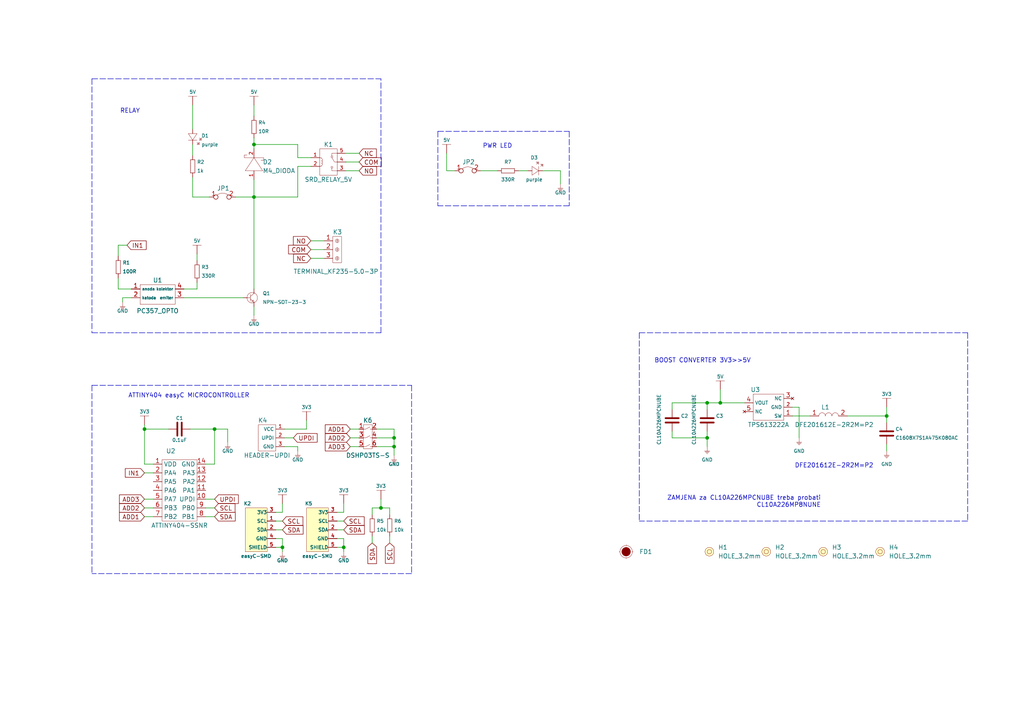
<source format=kicad_sch>
(kicad_sch (version 20210126) (generator eeschema)

  (paper "A4")

  (lib_symbols
    (symbol "e-radionica.com schematics:0402LED" (pin_numbers hide) (pin_names (offset 0.254) hide) (in_bom yes) (on_board yes)
      (property "Reference" "D" (id 0) (at -0.635 2.54 0)
        (effects (font (size 1 1)))
      )
      (property "Value" "0402LED" (id 1) (at 0 -2.54 0)
        (effects (font (size 1 1)))
      )
      (property "Footprint" "e-radionica.com footprinti:0402LED" (id 2) (at 0 5.08 0)
        (effects (font (size 1 1)) hide)
      )
      (property "Datasheet" "" (id 3) (at 0 0 0)
        (effects (font (size 1 1)) hide)
      )
      (property "Package" "0402" (id 4) (at 0 0 0)
        (effects (font (size 1.27 1.27)) hide)
      )
      (symbol "0402LED_0_1"
        (polyline
          (pts
            (xy -0.635 1.27)
            (xy -0.635 -1.27)
            (xy 1.27 0)
          )
          (stroke (width 0.0006)) (fill (type none))
        )
        (polyline
          (pts
            (xy -0.635 1.27)
            (xy 1.27 0)
          )
          (stroke (width 0.0006)) (fill (type none))
        )
        (polyline
          (pts
            (xy 1.27 1.27)
            (xy 1.27 -1.27)
          )
          (stroke (width 0.0006)) (fill (type none))
        )
        (polyline
          (pts
            (xy 0.635 1.905)
            (xy 1.27 2.54)
          )
          (stroke (width 0.0006)) (fill (type none))
        )
        (polyline
          (pts
            (xy 1.905 1.27)
            (xy 2.54 1.905)
          )
          (stroke (width 0.0006)) (fill (type none))
        )
        (polyline
          (pts
            (xy 2.54 1.905)
            (xy 1.905 1.905)
            (xy 2.54 1.27)
            (xy 2.54 1.905)
          )
          (stroke (width 0.0006)) (fill (type none))
        )
        (polyline
          (pts
            (xy 1.27 2.54)
            (xy 0.635 2.54)
            (xy 1.27 1.905)
            (xy 1.27 2.54)
          )
          (stroke (width 0.0006)) (fill (type none))
        )
      )
      (symbol "0402LED_1_1"
        (pin passive line (at -1.905 0 0) (length 1.27)
          (name "A" (effects (font (size 1.27 1.27))))
          (number "1" (effects (font (size 1.27 1.27))))
        )
        (pin passive line (at 2.54 0 180) (length 1.27)
          (name "K" (effects (font (size 1.27 1.27))))
          (number "2" (effects (font (size 1.27 1.27))))
        )
      )
    )
    (symbol "e-radionica.com schematics:0402R" (pin_numbers hide) (pin_names (offset 0.254)) (in_bom yes) (on_board yes)
      (property "Reference" "R" (id 0) (at -1.905 1.27 0)
        (effects (font (size 1 1)))
      )
      (property "Value" "0402R" (id 1) (at 0 -1.27 0)
        (effects (font (size 1 1)))
      )
      (property "Footprint" "e-radionica.com footprinti:0402R" (id 2) (at -2.54 1.905 0)
        (effects (font (size 1 1)) hide)
      )
      (property "Datasheet" "" (id 3) (at -2.54 1.905 0)
        (effects (font (size 1 1)) hide)
      )
      (symbol "0402R_0_1"
        (rectangle (start -1.905 0.635) (end -1.8796 -0.635)
          (stroke (width 0.1)) (fill (type none))
        )
        (rectangle (start -1.905 0.635) (end 1.905 0.6096)
          (stroke (width 0.1)) (fill (type none))
        )
        (rectangle (start -1.905 -0.635) (end 1.905 -0.6604)
          (stroke (width 0.1)) (fill (type none))
        )
        (rectangle (start 1.905 0.635) (end 1.9304 -0.635)
          (stroke (width 0.1)) (fill (type none))
        )
      )
      (symbol "0402R_1_1"
        (pin passive line (at -3.175 0 0) (length 1.27)
          (name "~" (effects (font (size 1.27 1.27))))
          (number "1" (effects (font (size 1.27 1.27))))
        )
        (pin passive line (at 3.175 0 180) (length 1.27)
          (name "~" (effects (font (size 1.27 1.27))))
          (number "2" (effects (font (size 1.27 1.27))))
        )
      )
    )
    (symbol "e-radionica.com schematics:0603C" (pin_numbers hide) (pin_names (offset 0.002)) (in_bom yes) (on_board yes)
      (property "Reference" "C" (id 0) (at -0.635 3.175 0)
        (effects (font (size 1 1)))
      )
      (property "Value" "0603C" (id 1) (at 0 -3.175 0)
        (effects (font (size 1 1)))
      )
      (property "Footprint" "e-radionica.com footprinti:0603C" (id 2) (at 0 0 0)
        (effects (font (size 1 1)) hide)
      )
      (property "Datasheet" "" (id 3) (at 0 0 0)
        (effects (font (size 1 1)) hide)
      )
      (symbol "0603C_0_1"
        (polyline
          (pts
            (xy -0.635 1.905)
            (xy -0.635 -1.905)
          )
          (stroke (width 0.5)) (fill (type none))
        )
        (polyline
          (pts
            (xy 0.635 1.905)
            (xy 0.635 -1.905)
          )
          (stroke (width 0.5)) (fill (type none))
        )
      )
      (symbol "0603C_1_1"
        (pin passive line (at 3.175 0 180) (length 2.54)
          (name "~" (effects (font (size 1.27 1.27))))
          (number "2" (effects (font (size 1.27 1.27))))
        )
        (pin passive line (at -3.175 0 0) (length 2.54)
          (name "~" (effects (font (size 1.27 1.27))))
          (number "1" (effects (font (size 1.27 1.27))))
        )
      )
    )
    (symbol "e-radionica.com schematics:0603R" (pin_numbers hide) (pin_names (offset 0.254)) (in_bom yes) (on_board yes)
      (property "Reference" "R" (id 0) (at -1.905 1.905 0)
        (effects (font (size 1 1)))
      )
      (property "Value" "0603R" (id 1) (at 0 -1.905 0)
        (effects (font (size 1 1)))
      )
      (property "Footprint" "e-radionica.com footprinti:0603R" (id 2) (at -0.635 1.905 0)
        (effects (font (size 1 1)) hide)
      )
      (property "Datasheet" "" (id 3) (at -0.635 1.905 0)
        (effects (font (size 1 1)) hide)
      )
      (symbol "0603R_0_1"
        (rectangle (start -1.905 0.635) (end -1.8796 -0.635)
          (stroke (width 0.1)) (fill (type none))
        )
        (rectangle (start -1.905 0.635) (end 1.905 0.6096)
          (stroke (width 0.1)) (fill (type none))
        )
        (rectangle (start -1.905 -0.635) (end 1.905 -0.6604)
          (stroke (width 0.1)) (fill (type none))
        )
        (rectangle (start 1.905 0.635) (end 1.9304 -0.635)
          (stroke (width 0.1)) (fill (type none))
        )
      )
      (symbol "0603R_1_1"
        (pin passive line (at -3.175 0 0) (length 1.27)
          (name "~" (effects (font (size 1.27 1.27))))
          (number "1" (effects (font (size 1.27 1.27))))
        )
        (pin passive line (at 3.175 0 180) (length 1.27)
          (name "~" (effects (font (size 1.27 1.27))))
          (number "2" (effects (font (size 1.27 1.27))))
        )
      )
    )
    (symbol "e-radionica.com schematics:0806L" (in_bom yes) (on_board yes)
      (property "Reference" "L" (id 0) (at 0 1.905 0)
        (effects (font (size 1.27 1.27)))
      )
      (property "Value" "0806L" (id 1) (at 0 -1.27 0)
        (effects (font (size 1.27 1.27)))
      )
      (property "Footprint" "e-radionica.com footprinti:0806L" (id 2) (at 0 -2.54 0)
        (effects (font (size 1.27 1.27)) hide)
      )
      (property "Datasheet" "" (id 3) (at 0 -1.27 0)
        (effects (font (size 1.27 1.27)) hide)
      )
      (symbol "0806L_0_1"
        (arc (start -3.175 0) (end -1.27 0) (radius (at -2.2225 -0.0138) (length 0.9526) (angles 179.2 0.8))
          (stroke (width 0.0006)) (fill (type none))
        )
        (arc (start -1.27 0) (end 0.635 0) (radius (at -0.3175 -0.0138) (length 0.9526) (angles 179.2 0.8))
          (stroke (width 0.0006)) (fill (type none))
        )
        (arc (start 0.635 0) (end 2.54 0) (radius (at 1.5875 -0.0138) (length 0.9526) (angles 179.2 0.8))
          (stroke (width 0.0006)) (fill (type none))
        )
      )
      (symbol "0806L_1_1"
        (pin passive line (at -5.715 0 0) (length 2.54)
          (name "" (effects (font (size 1.27 1.27))))
          (number "1" (effects (font (size 1.27 1.27))))
        )
        (pin passive line (at 5.08 0 180) (length 2.54)
          (name "" (effects (font (size 1.27 1.27))))
          (number "2" (effects (font (size 1.27 1.27))))
        )
      )
    )
    (symbol "e-radionica.com schematics:3V3" (power) (pin_names (offset 0)) (in_bom yes) (on_board yes)
      (property "Reference" "#PWR" (id 0) (at 4.445 0 0)
        (effects (font (size 1 1)) hide)
      )
      (property "Value" "3V3" (id 1) (at 0 3.556 0)
        (effects (font (size 1 1)))
      )
      (property "Footprint" "" (id 2) (at 4.445 3.81 0)
        (effects (font (size 1 1)) hide)
      )
      (property "Datasheet" "" (id 3) (at 4.445 3.81 0)
        (effects (font (size 1 1)) hide)
      )
      (property "ki_keywords" "power-flag" (id 4) (at 0 0 0)
        (effects (font (size 1.27 1.27)) hide)
      )
      (property "ki_description" "Power symbol creates a global label with name \"+3V3\"" (id 5) (at 0 0 0)
        (effects (font (size 1.27 1.27)) hide)
      )
      (symbol "3V3_0_1"
        (polyline
          (pts
            (xy 0 0)
            (xy 0 2.54)
          )
          (stroke (width 0)) (fill (type none))
        )
        (polyline
          (pts
            (xy -1.27 2.54)
            (xy 1.27 2.54)
          )
          (stroke (width 0.0006)) (fill (type none))
        )
      )
      (symbol "3V3_1_1"
        (pin power_in line (at 0 0 90) (length 0) hide
          (name "3V3" (effects (font (size 1.27 1.27))))
          (number "1" (effects (font (size 1.27 1.27))))
        )
      )
    )
    (symbol "e-radionica.com schematics:5V" (power) (pin_names (offset 0)) (in_bom yes) (on_board yes)
      (property "Reference" "#PWR" (id 0) (at 4.445 0 0)
        (effects (font (size 1 1)) hide)
      )
      (property "Value" "5V" (id 1) (at 0 3.556 0)
        (effects (font (size 1 1)))
      )
      (property "Footprint" "" (id 2) (at 4.445 3.81 0)
        (effects (font (size 1 1)) hide)
      )
      (property "Datasheet" "" (id 3) (at 4.445 3.81 0)
        (effects (font (size 1 1)) hide)
      )
      (property "ki_keywords" "power-flag" (id 4) (at 0 0 0)
        (effects (font (size 1.27 1.27)) hide)
      )
      (property "ki_description" "Power symbol creates a global label with name \"+3V3\"" (id 5) (at 0 0 0)
        (effects (font (size 1.27 1.27)) hide)
      )
      (symbol "5V_0_1"
        (polyline
          (pts
            (xy 0 0)
            (xy 0 2.54)
          )
          (stroke (width 0)) (fill (type none))
        )
        (polyline
          (pts
            (xy -1.27 2.54)
            (xy 1.27 2.54)
          )
          (stroke (width 0.0006)) (fill (type none))
        )
      )
      (symbol "5V_1_1"
        (pin power_in line (at 0 0 90) (length 0) hide
          (name "5V" (effects (font (size 1.27 1.27))))
          (number "1" (effects (font (size 1.27 1.27))))
        )
      )
    )
    (symbol "e-radionica.com schematics:ATTINY404-SSNR" (in_bom yes) (on_board yes)
      (property "Reference" "U" (id 0) (at -5.08 10.16 0)
        (effects (font (size 1.27 1.27)))
      )
      (property "Value" "ATTINY404-SSNR" (id 1) (at 0 -10.16 0)
        (effects (font (size 1.27 1.27)))
      )
      (property "Footprint" "e-radionica.com footprinti:SOIC-14" (id 2) (at 0 -11.43 0)
        (effects (font (size 1.27 1.27)) hide)
      )
      (property "Datasheet" "" (id 3) (at 0 -2.54 0)
        (effects (font (size 1.27 1.27)) hide)
      )
      (symbol "ATTINY404-SSNR_0_1"
        (rectangle (start -5.08 8.89) (end 5.08 -8.89)
          (stroke (width 0.0006)) (fill (type none))
        )
      )
      (symbol "ATTINY404-SSNR_1_1"
        (pin power_in line (at -7.62 7.62 0) (length 2.54)
          (name "VDD" (effects (font (size 1.27 1.27))))
          (number "1" (effects (font (size 1.27 1.27))))
        )
        (pin bidirectional line (at -7.62 5.08 0) (length 2.54)
          (name "PA4" (effects (font (size 1.27 1.27))))
          (number "2" (effects (font (size 1.27 1.27))))
        )
        (pin bidirectional line (at -7.62 2.54 0) (length 2.54)
          (name "PA5" (effects (font (size 1.27 1.27))))
          (number "3" (effects (font (size 1.27 1.27))))
        )
        (pin bidirectional line (at -7.62 0 0) (length 2.54)
          (name "PA6" (effects (font (size 1.27 1.27))))
          (number "4" (effects (font (size 1.27 1.27))))
        )
        (pin bidirectional line (at -7.62 -2.54 0) (length 2.54)
          (name "PA7" (effects (font (size 1.27 1.27))))
          (number "5" (effects (font (size 1.27 1.27))))
        )
        (pin bidirectional line (at -7.62 -5.08 0) (length 2.54)
          (name "PB3" (effects (font (size 1.27 1.27))))
          (number "6" (effects (font (size 1.27 1.27))))
        )
        (pin bidirectional line (at -7.62 -7.62 0) (length 2.54)
          (name "PB2" (effects (font (size 1.27 1.27))))
          (number "7" (effects (font (size 1.27 1.27))))
        )
        (pin bidirectional line (at 7.62 -7.62 180) (length 2.54)
          (name "PB1" (effects (font (size 1.27 1.27))))
          (number "8" (effects (font (size 1.27 1.27))))
        )
        (pin bidirectional line (at 7.62 -5.08 180) (length 2.54)
          (name "PB0" (effects (font (size 1.27 1.27))))
          (number "9" (effects (font (size 1.27 1.27))))
        )
        (pin bidirectional line (at 7.62 -2.54 180) (length 2.54)
          (name "UPDI" (effects (font (size 1.27 1.27))))
          (number "10" (effects (font (size 1.27 1.27))))
        )
        (pin bidirectional line (at 7.62 0 180) (length 2.54)
          (name "PA1" (effects (font (size 1.27 1.27))))
          (number "11" (effects (font (size 1.27 1.27))))
        )
        (pin bidirectional line (at 7.62 2.54 180) (length 2.54)
          (name "PA2" (effects (font (size 1.27 1.27))))
          (number "12" (effects (font (size 1.27 1.27))))
        )
        (pin bidirectional line (at 7.62 5.08 180) (length 2.54)
          (name "PA3" (effects (font (size 1.27 1.27))))
          (number "13" (effects (font (size 1.27 1.27))))
        )
        (pin power_in line (at 7.62 7.62 180) (length 2.54)
          (name "GND" (effects (font (size 1.27 1.27))))
          (number "14" (effects (font (size 1.27 1.27))))
        )
      )
    )
    (symbol "e-radionica.com schematics:DSHP03TS-S" (in_bom yes) (on_board yes)
      (property "Reference" "K" (id 0) (at 0 5.08 0)
        (effects (font (size 1.27 1.27)))
      )
      (property "Value" "DSHP03TS-S" (id 1) (at 0 -5.08 0)
        (effects (font (size 1.27 1.27)))
      )
      (property "Footprint" "e-radionica.com footprinti:DSHP03TS-S" (id 2) (at -1.27 -7.62 0)
        (effects (font (size 1.27 1.27)) hide)
      )
      (property "Datasheet" "" (id 3) (at 0 0 0)
        (effects (font (size 1.27 1.27)) hide)
      )
      (property "ki_keywords" "DIP SW SWITCH " (id 4) (at 0 0 0)
        (effects (font (size 1.27 1.27)) hide)
      )
      (symbol "DSHP03TS-S_0_1"
        (rectangle (start -1.27 3.81) (end 1.27 -3.175)
          (stroke (width 0.0006)) (fill (type none))
        )
        (polyline
          (pts
            (xy -1.27 2.54)
            (xy -0.635 2.54)
            (xy 0.635 3.175)
          )
          (stroke (width 0.0006)) (fill (type none))
        )
        (polyline
          (pts
            (xy -1.27 0)
            (xy -0.635 0)
            (xy 0.635 0.635)
          )
          (stroke (width 0.0006)) (fill (type none))
        )
        (polyline
          (pts
            (xy -1.27 -2.54)
            (xy -0.635 -2.54)
            (xy 0.635 -1.905)
          )
          (stroke (width 0.0006)) (fill (type none))
        )
        (polyline
          (pts
            (xy 1.27 -2.54)
            (xy 0.635 -2.54)
          )
          (stroke (width 0.0006)) (fill (type none))
        )
        (polyline
          (pts
            (xy 1.27 0)
            (xy 0.635 0)
          )
          (stroke (width 0.0006)) (fill (type none))
        )
        (polyline
          (pts
            (xy 1.27 2.54)
            (xy 0.635 2.54)
          )
          (stroke (width 0.0006)) (fill (type none))
        )
      )
      (symbol "DSHP03TS-S_1_1"
        (pin bidirectional line (at -2.54 2.54 0) (length 1.27)
          (name "~" (effects (font (size 1.27 1.27))))
          (number "1" (effects (font (size 1.27 1.27))))
        )
        (pin bidirectional line (at 2.54 2.54 180) (length 1.27)
          (name "~" (effects (font (size 1.27 1.27))))
          (number "2" (effects (font (size 1.27 1.27))))
        )
        (pin bidirectional line (at -2.54 0 0) (length 1.27)
          (name "~" (effects (font (size 1.27 1.27))))
          (number "3" (effects (font (size 1.27 1.27))))
        )
        (pin bidirectional line (at 2.54 0 180) (length 1.27)
          (name "~" (effects (font (size 1.27 1.27))))
          (number "4" (effects (font (size 1.27 1.27))))
        )
        (pin bidirectional line (at -2.54 -2.54 0) (length 1.27)
          (name "~" (effects (font (size 1.27 1.27))))
          (number "5" (effects (font (size 1.27 1.27))))
        )
        (pin bidirectional line (at 2.54 -2.54 180) (length 1.27)
          (name "~" (effects (font (size 1.27 1.27))))
          (number "6" (effects (font (size 1.27 1.27))))
        )
      )
    )
    (symbol "e-radionica.com schematics:Fiducial_Stencil" (pin_numbers hide) (pin_names hide) (in_bom yes) (on_board yes)
      (property "Reference" "FD?" (id 0) (at 0 3.048 0)
        (effects (font (size 1.27 1.27)))
      )
      (property "Value" "Fiducial_Stencil" (id 1) (at 0 -2.794 0)
        (effects (font (size 1.27 1.27)) hide)
      )
      (property "Footprint" "e-radionica.com footprinti:FIDUCIAL_1MM_PASTE" (id 2) (at 0 -6.35 0)
        (effects (font (size 1.27 1.27)) hide)
      )
      (property "Datasheet" "" (id 3) (at 0 0 0)
        (effects (font (size 1.27 1.27)) hide)
      )
      (symbol "Fiducial_Stencil_0_1"
        (circle (center 0 0) (radius 1.7961) (stroke (width 0.0006)) (fill (type none)))
        (circle (center 0 0) (radius 1.27) (stroke (width 0.001)) (fill (type outline)))
        (polyline
          (pts
            (xy 1.778 0)
            (xy 2.032 0)
          )
          (stroke (width 0.0006)) (fill (type none))
        )
        (polyline
          (pts
            (xy 0 1.778)
            (xy 0 2.032)
          )
          (stroke (width 0.0006)) (fill (type none))
        )
        (polyline
          (pts
            (xy -1.778 0)
            (xy -2.032 0)
          )
          (stroke (width 0.0006)) (fill (type none))
        )
        (polyline
          (pts
            (xy 0 -1.778)
            (xy 0 -2.032)
          )
          (stroke (width 0.0006)) (fill (type none))
        )
      )
    )
    (symbol "e-radionica.com schematics:GND" (power) (pin_names (offset 0)) (in_bom yes) (on_board yes)
      (property "Reference" "#PWR" (id 0) (at 4.445 0 0)
        (effects (font (size 1 1)) hide)
      )
      (property "Value" "GND" (id 1) (at 0 -2.921 0)
        (effects (font (size 1 1)))
      )
      (property "Footprint" "" (id 2) (at 4.445 3.81 0)
        (effects (font (size 1 1)) hide)
      )
      (property "Datasheet" "" (id 3) (at 4.445 3.81 0)
        (effects (font (size 1 1)) hide)
      )
      (property "ki_keywords" "power-flag" (id 4) (at 0 0 0)
        (effects (font (size 1.27 1.27)) hide)
      )
      (property "ki_description" "Power symbol creates a global label with name \"+3V3\"" (id 5) (at 0 0 0)
        (effects (font (size 1.27 1.27)) hide)
      )
      (symbol "GND_0_1"
        (polyline
          (pts
            (xy 0 0)
            (xy 0 -1.27)
          )
          (stroke (width 0.0006)) (fill (type none))
        )
        (polyline
          (pts
            (xy -0.762 -1.27)
            (xy 0.762 -1.27)
          )
          (stroke (width 0.0006)) (fill (type none))
        )
        (polyline
          (pts
            (xy -0.381 -1.778)
            (xy 0.381 -1.778)
          )
          (stroke (width 0.0006)) (fill (type none))
        )
        (polyline
          (pts
            (xy -0.127 -2.032)
            (xy 0.127 -2.032)
          )
          (stroke (width 0.0006)) (fill (type none))
        )
        (polyline
          (pts
            (xy -0.635 -1.524)
            (xy 0.635 -1.524)
          )
          (stroke (width 0.0006)) (fill (type none))
        )
      )
      (symbol "GND_1_1"
        (pin power_in line (at 0 0 270) (length 0) hide
          (name "GND" (effects (font (size 1.27 1.27))))
          (number "1" (effects (font (size 1.27 1.27))))
        )
      )
    )
    (symbol "e-radionica.com schematics:HEADER-UPDI" (in_bom yes) (on_board yes)
      (property "Reference" "K" (id 0) (at -1.27 5.08 0)
        (effects (font (size 1.27 1.27)))
      )
      (property "Value" "HEADER-UPDI" (id 1) (at 0 -5.08 0)
        (effects (font (size 1.27 1.27)))
      )
      (property "Footprint" "e-radionica.com footprinti:HEADER-UPDI" (id 2) (at 2.54 -7.62 0)
        (effects (font (size 1.27 1.27)) hide)
      )
      (property "Datasheet" "" (id 3) (at 2.54 0 0)
        (effects (font (size 1.27 1.27)) hide)
      )
      (symbol "HEADER-UPDI_0_1"
        (rectangle (start -2.54 3.81) (end 2.54 -3.81)
          (stroke (width 0.0006)) (fill (type none))
        )
      )
      (symbol "HEADER-UPDI_1_1"
        (pin power_in line (at 5.08 2.54 180) (length 2.54)
          (name "VCC" (effects (font (size 1 1))))
          (number "1" (effects (font (size 1 1))))
        )
        (pin bidirectional line (at 5.08 0 180) (length 2.54)
          (name "UPDI" (effects (font (size 1 1))))
          (number "2" (effects (font (size 1 1))))
        )
        (pin power_in line (at 5.08 -2.54 180) (length 2.54)
          (name "GND" (effects (font (size 1 1))))
          (number "3" (effects (font (size 1 1))))
        )
      )
    )
    (symbol "e-radionica.com schematics:HOLE_3.2mm" (pin_numbers hide) (pin_names hide) (in_bom yes) (on_board yes)
      (property "Reference" "H" (id 0) (at 0 2.54 0)
        (effects (font (size 1.27 1.27)))
      )
      (property "Value" "HOLE_3.2mm" (id 1) (at 0 -2.54 0)
        (effects (font (size 1.27 1.27)))
      )
      (property "Footprint" "e-radionica.com footprinti:HOLE_3.2mm" (id 2) (at 0 0 0)
        (effects (font (size 1.27 1.27)) hide)
      )
      (property "Datasheet" "" (id 3) (at 0 0 0)
        (effects (font (size 1.27 1.27)) hide)
      )
      (symbol "HOLE_3.2mm_0_1"
        (circle (center 0 0) (radius 1.27) (stroke (width 0.001)) (fill (type background)))
        (circle (center 0 0) (radius 0.635) (stroke (width 0.0006)) (fill (type none)))
      )
    )
    (symbol "e-radionica.com schematics:M4_DIODA" (pin_names hide) (in_bom yes) (on_board yes)
      (property "Reference" "D" (id 0) (at 0 3.81 0)
        (effects (font (size 1.27 1.27)))
      )
      (property "Value" "M4_DIODA" (id 1) (at 0 -4.572 0)
        (effects (font (size 1.27 1.27)))
      )
      (property "Footprint" "e-radionica.com footprinti:M4_DIODA" (id 2) (at 0 -6.35 0)
        (effects (font (size 1.27 1.27)) hide)
      )
      (property "Datasheet" "" (id 3) (at 0 0 0)
        (effects (font (size 1.27 1.27)) hide)
      )
      (symbol "M4_DIODA_0_1"
        (polyline
          (pts
            (xy -2.54 2.54)
            (xy -2.54 -2.54)
            (xy 1.27 0)
            (xy -2.54 2.54)
          )
          (stroke (width 0.0006)) (fill (type none))
        )
        (polyline
          (pts
            (xy 1.27 2.794)
            (xy 1.27 -2.794)
            (xy 0.508 -2.794)
            (xy 0.508 -2.032)
          )
          (stroke (width 0.0006)) (fill (type none))
        )
        (polyline
          (pts
            (xy 1.27 2.794)
            (xy 2.032 2.794)
            (xy 2.032 2.032)
            (xy 2.032 2.54)
          )
          (stroke (width 0.0006)) (fill (type none))
        )
      )
      (symbol "M4_DIODA_1_1"
        (pin passive line (at -5.08 0 0) (length 2.54)
          (name "A" (effects (font (size 1 1))))
          (number "1" (effects (font (size 1 1))))
        )
        (pin passive line (at 3.81 0 180) (length 2.54)
          (name "K" (effects (font (size 1 1))))
          (number "2" (effects (font (size 1 1))))
        )
      )
    )
    (symbol "e-radionica.com schematics:NPN-SOT-23-3" (pin_numbers hide) (pin_names hide) (in_bom yes) (on_board yes)
      (property "Reference" "Q" (id 0) (at -2.286 2.921 0)
        (effects (font (size 1 1)))
      )
      (property "Value" "NPN-SOT-23-3" (id 1) (at 0 -3.81 0)
        (effects (font (size 1 1)))
      )
      (property "Footprint" "e-radionica.com footprinti:SOT-23-3" (id 2) (at 0 0 0)
        (effects (font (size 1 1)) hide)
      )
      (property "Datasheet" "" (id 3) (at 0 0 0)
        (effects (font (size 1 1)) hide)
      )
      (symbol "NPN-SOT-23-3_0_1"
        (circle (center -0.508 0) (radius 1.524) (stroke (width 0.0006)) (fill (type none)))
        (polyline
          (pts
            (xy -1.016 1.016)
            (xy -1.016 -1.016)
          )
          (stroke (width 0.0006)) (fill (type none))
        )
        (polyline
          (pts
            (xy -1.016 0.381)
            (xy 0 1.27)
          )
          (stroke (width 0.0006)) (fill (type none))
        )
        (polyline
          (pts
            (xy -1.016 -0.381)
            (xy -0.4064 -0.9144)
          )
          (stroke (width 0.1)) (fill (type none))
        )
        (polyline
          (pts
            (xy -2.032 0)
            (xy -1.016 0)
          )
          (stroke (width 0.0006)) (fill (type none))
        )
        (polyline
          (pts
            (xy -0.6096 -1.1684)
            (xy -0.2032 -0.6604)
            (xy 0 -1.27)
            (xy -0.6096 -1.1684)
          )
          (stroke (width 0.0006)) (fill (type none))
        )
      )
      (symbol "NPN-SOT-23-3_1_1"
        (pin passive line (at -3.175 0 0) (length 1.27)
          (name "B" (effects (font (size 1 1))))
          (number "1" (effects (font (size 1 1))))
        )
        (pin passive line (at 0 -2.54 90) (length 1.27)
          (name "E" (effects (font (size 1 1))))
          (number "2" (effects (font (size 1 1))))
        )
        (pin passive line (at 0 2.54 270) (length 1.27)
          (name "C" (effects (font (size 1 1))))
          (number "3" (effects (font (size 1 1))))
        )
      )
    )
    (symbol "e-radionica.com schematics:PC357_OPTO" (in_bom yes) (on_board yes)
      (property "Reference" "U" (id 0) (at 0 5.08 0)
        (effects (font (size 1.27 1.27)))
      )
      (property "Value" "PC357_OPTO" (id 1) (at 0 -5.08 0)
        (effects (font (size 1.27 1.27)))
      )
      (property "Footprint" "e-radionica.com footprinti:PC357_OPTO" (id 2) (at 0 0 0)
        (effects (font (size 1.27 1.27)) hide)
      )
      (property "Datasheet" "" (id 3) (at 0 0 0)
        (effects (font (size 1.27 1.27)) hide)
      )
      (symbol "PC357_OPTO_0_1"
        (rectangle (start -5.08 2.54) (end 5.08 -3.175)
          (stroke (width 0.0006)) (fill (type none))
        )
      )
      (symbol "PC357_OPTO_1_1"
        (pin passive line (at -7.62 1.27 0) (length 2.54)
          (name "anoda" (effects (font (size 0.8 0.8))))
          (number "1" (effects (font (size 1.27 1.27))))
        )
        (pin passive line (at -7.62 -1.27 0) (length 2.54)
          (name "katoda" (effects (font (size 0.8 0.8))))
          (number "2" (effects (font (size 1.27 1.27))))
        )
        (pin passive line (at 7.62 1.27 180) (length 2.54)
          (name "kolektor" (effects (font (size 0.8 0.8))))
          (number "4" (effects (font (size 1.27 1.27))))
        )
        (pin passive line (at 7.62 -1.27 180) (length 2.54)
          (name "emiter" (effects (font (size 0.8 0.8))))
          (number "3" (effects (font (size 1.27 1.27))))
        )
      )
    )
    (symbol "e-radionica.com schematics:SMD-JUMPER-CONNECTED_TRACE_NOSLODERMASK" (in_bom yes) (on_board yes)
      (property "Reference" "JP" (id 0) (at 0 3.556 0)
        (effects (font (size 1.27 1.27)))
      )
      (property "Value" "SMD-JUMPER-CONNECTED_TRACE_NOSLODERMASK" (id 1) (at 0 -2.54 0)
        (effects (font (size 1.27 1.27)))
      )
      (property "Footprint" "e-radionica.com footprinti:SMD-JUMPER-CONNECTED_TRACE_NOSLODERMASK" (id 2) (at 0 0 0)
        (effects (font (size 1.27 1.27)) hide)
      )
      (property "Datasheet" "" (id 3) (at 0 0 0)
        (effects (font (size 1.27 1.27)) hide)
      )
      (symbol "SMD-JUMPER-CONNECTED_TRACE_NOSLODERMASK_0_1"
        (arc (start -1.8034 0.5588) (end 1.397 0.5842) (radius (at -0.1875 -1.4124) (length 2.5489) (angles 129.3 51.6))
          (stroke (width 0.0006)) (fill (type none))
        )
      )
      (symbol "SMD-JUMPER-CONNECTED_TRACE_NOSLODERMASK_1_1"
        (pin passive inverted (at -4.064 0 0) (length 2.54)
          (name "" (effects (font (size 1.27 1.27))))
          (number "1" (effects (font (size 1.27 1.27))))
        )
        (pin passive inverted (at 3.556 0 180) (length 2.54)
          (name "" (effects (font (size 1.27 1.27))))
          (number "2" (effects (font (size 1.27 1.27))))
        )
      )
    )
    (symbol "e-radionica.com schematics:SRD_RELAY_5V" (in_bom yes) (on_board yes)
      (property "Reference" "K" (id 0) (at 0 3.81 0)
        (effects (font (size 1.27 1.27)))
      )
      (property "Value" "SRD_RELAY_5V" (id 1) (at 0 -6.35 0)
        (effects (font (size 1.27 1.27)))
      )
      (property "Footprint" "e-radionica.com footprinti:SRD_RELAY_5V" (id 2) (at 1.27 -8.89 0)
        (effects (font (size 1.27 1.27)) hide)
      )
      (property "Datasheet" "" (id 3) (at 0 0 0)
        (effects (font (size 1.27 1.27)) hide)
      )
      (symbol "SRD_RELAY_5V_0_1"
        (arc (start -1.9929 0.3175) (end -1.9929 0.9525) (radius (at -2.032 0.635) (length 0.3199) (angles -83 83))
          (stroke (width 0.0006)) (fill (type none))
        )
        (arc (start -1.9929 -0.3175) (end -1.9929 0.3175) (radius (at -2.032 0) (length 0.3199) (angles -83 83))
          (stroke (width 0.0006)) (fill (type none))
        )
        (arc (start -1.9929 -0.9525) (end -1.9929 -0.3175) (radius (at -2.032 -0.635) (length 0.3199) (angles -83 83))
          (stroke (width 0.0006)) (fill (type none))
        )
        (circle (center 1.016 -1.524) (radius 0.254) (stroke (width 0.0008)) (fill (type none)))
        (circle (center 1.016 1.524) (radius 0.254) (stroke (width 0.0006)) (fill (type none)))
        (rectangle (start 2.54 3.81) (end -2.54 -3.81)
          (stroke (width 0.0006)) (fill (type none))
        )
        (polyline
          (pts
            (xy 2.54 -2.54)
            (xy 2.032 -2.54)
            (xy 1.016 -2.54)
            (xy 1.016 -1.778)
          )
          (stroke (width 0.0006)) (fill (type none))
        )
        (polyline
          (pts
            (xy 2.54 2.54)
            (xy 1.016 2.54)
            (xy 1.016 1.778)
          )
          (stroke (width 0.0006)) (fill (type none))
        )
        (polyline
          (pts
            (xy 2.54 0)
            (xy 1.778 0)
            (xy 1.016 1.27)
          )
          (stroke (width 0.0006)) (fill (type none))
        )
        (polyline
          (pts
            (xy -2.54 1.27)
            (xy -2.032 1.27)
            (xy -2.032 1.016)
          )
          (stroke (width 0.0006)) (fill (type none))
        )
        (polyline
          (pts
            (xy -2.54 -1.27)
            (xy -2.032 -1.27)
            (xy -2.032 -1.016)
          )
          (stroke (width 0.0006)) (fill (type none))
        )
      )
      (symbol "SRD_RELAY_5V_1_1"
        (pin passive line (at -5.08 1.27 0) (length 2.54)
          (name "" (effects (font (size 1 1))))
          (number "1" (effects (font (size 1 1))))
        )
        (pin passive line (at -5.08 -1.27 0) (length 2.54)
          (name "" (effects (font (size 1 1))))
          (number "2" (effects (font (size 1 1))))
        )
        (pin passive line (at 5.08 0 180) (length 2.54)
          (name "" (effects (font (size 1 1))))
          (number "4" (effects (font (size 1 1))))
        )
        (pin passive line (at 5.08 2.54 180) (length 2.54)
          (name "" (effects (font (size 1 1))))
          (number "5" (effects (font (size 1 1))))
        )
        (pin passive line (at 5.08 -2.54 180) (length 2.54)
          (name "" (effects (font (size 1 1))))
          (number "3" (effects (font (size 1 1))))
        )
      )
    )
    (symbol "e-radionica.com schematics:TERMINAL_KF235-5.0-3P" (in_bom yes) (on_board yes)
      (property "Reference" "K" (id 0) (at 0 5.08 0)
        (effects (font (size 1.27 1.27)))
      )
      (property "Value" "TERMINAL_KF235-5.0-3P" (id 1) (at 0 -5.08 0)
        (effects (font (size 1.27 1.27)))
      )
      (property "Footprint" "e-radionica.com footprinti:TERMINAL_KF235-5.0-3P" (id 2) (at 0 -7.62 0)
        (effects (font (size 1.27 1.27)) hide)
      )
      (property "Datasheet" "" (id 3) (at 0 0 0)
        (effects (font (size 1.27 1.27)) hide)
      )
      (symbol "TERMINAL_KF235-5.0-3P_0_1"
        (circle (center 0 2.54) (radius 0.508) (stroke (width 0.0006)) (fill (type none)))
        (circle (center 0 0) (radius 0.508) (stroke (width 0.0006)) (fill (type none)))
        (circle (center 0 -2.54) (radius 0.508) (stroke (width 0.0006)) (fill (type none)))
        (rectangle (start -1.27 3.81) (end 1.27 -3.81)
          (stroke (width 0.0006)) (fill (type none))
        )
        (polyline
          (pts
            (xy 0 0.508)
            (xy 0 -0.508)
          )
          (stroke (width 0.0006)) (fill (type none))
        )
        (polyline
          (pts
            (xy -0.254 0)
            (xy 0.254 0)
          )
          (stroke (width 0.0006)) (fill (type none))
        )
        (polyline
          (pts
            (xy 0 3.048)
            (xy 0 2.032)
          )
          (stroke (width 0.0006)) (fill (type none))
        )
        (polyline
          (pts
            (xy -0.254 2.54)
            (xy 0.254 2.54)
          )
          (stroke (width 0.0006)) (fill (type none))
        )
        (polyline
          (pts
            (xy 0 -2.032)
            (xy 0 -3.048)
          )
          (stroke (width 0.0006)) (fill (type none))
        )
        (polyline
          (pts
            (xy -0.254 -2.54)
            (xy 0.254 -2.54)
          )
          (stroke (width 0.0006)) (fill (type none))
        )
      )
      (symbol "TERMINAL_KF235-5.0-3P_1_1"
        (pin input line (at -3.81 2.54 0) (length 2.54)
          (name "~" (effects (font (size 1.27 1.27))))
          (number "1" (effects (font (size 1.27 1.27))))
        )
        (pin input line (at -3.81 0 0) (length 2.54)
          (name "~" (effects (font (size 1.27 1.27))))
          (number "2" (effects (font (size 1.27 1.27))))
        )
        (pin input line (at -3.81 -2.54 0) (length 2.54)
          (name "~" (effects (font (size 1.27 1.27))))
          (number "3" (effects (font (size 1.27 1.27))))
        )
      )
    )
    (symbol "e-radionica.com schematics:TPS613222A" (in_bom yes) (on_board yes)
      (property "Reference" "U" (id 0) (at 0 5.08 0)
        (effects (font (size 1.27 1.27)))
      )
      (property "Value" "TPS613222A" (id 1) (at 0 -5.08 0)
        (effects (font (size 1.27 1.27)))
      )
      (property "Footprint" "e-radionica.com footprinti:tps613222a" (id 2) (at -0.635 0 0)
        (effects (font (size 1.27 1.27)) hide)
      )
      (property "Datasheet" "" (id 3) (at -0.635 0 0)
        (effects (font (size 1.27 1.27)) hide)
      )
      (symbol "TPS613222A_0_1"
        (rectangle (start -4.445 3.81) (end 4.445 -3.81)
          (stroke (width 0.0006)) (fill (type none))
        )
      )
      (symbol "TPS613222A_1_1"
        (pin passive line (at -6.985 1.27 0) (length 2.54)
          (name "VOUT" (effects (font (size 1 1))))
          (number "4" (effects (font (size 1.27 1.27))))
        )
        (pin no_connect line (at -6.985 -1.27 0) (length 2.54)
          (name "NC" (effects (font (size 1 1))))
          (number "5" (effects (font (size 1.27 1.27))))
        )
        (pin passive line (at 6.985 0 180) (length 2.54)
          (name "GND" (effects (font (size 1 1))))
          (number "2" (effects (font (size 1 1))))
        )
        (pin no_connect line (at 6.985 2.54 180) (length 2.54)
          (name "NC" (effects (font (size 1 1))))
          (number "3" (effects (font (size 1.27 1.27))))
        )
        (pin passive line (at 6.985 -2.54 180) (length 2.54)
          (name "SW" (effects (font (size 1 1))))
          (number "1" (effects (font (size 1.27 1.27))))
        )
      )
    )
    (symbol "e-radionica.com schematics:easyC-SMD" (pin_names (offset 0.002)) (in_bom yes) (on_board yes)
      (property "Reference" "K" (id 0) (at -2.54 10.16 0)
        (effects (font (size 1 1)))
      )
      (property "Value" "easyC-SMD" (id 1) (at 0 -5.08 0)
        (effects (font (size 1 1)))
      )
      (property "Footprint" "e-radionica.com footprinti:easyC-connector" (id 2) (at 3.175 2.54 0)
        (effects (font (size 1 1)) hide)
      )
      (property "Datasheet" "" (id 3) (at 3.175 2.54 0)
        (effects (font (size 1 1)) hide)
      )
      (symbol "easyC-SMD_0_1"
        (rectangle (start -3.175 8.89) (end 3.175 -3.81)
          (stroke (width 0.001)) (fill (type background))
        )
      )
      (symbol "easyC-SMD_1_1"
        (pin passive line (at 5.715 5.08 180) (length 2.54)
          (name "SCL" (effects (font (size 1 1))))
          (number "1" (effects (font (size 1 1))))
        )
        (pin passive line (at 5.715 2.54 180) (length 2.54)
          (name "SDA" (effects (font (size 1 1))))
          (number "2" (effects (font (size 1 1))))
        )
        (pin passive line (at 5.715 7.62 180) (length 2.54)
          (name "3V3" (effects (font (size 1 1))))
          (number "3" (effects (font (size 1 1))))
        )
        (pin passive line (at 5.715 0 180) (length 2.54)
          (name "GND" (effects (font (size 1 1))))
          (number "4" (effects (font (size 1 1))))
        )
        (pin passive line (at 5.715 -2.54 180) (length 2.54)
          (name "SHIELD" (effects (font (size 1 1))))
          (number "5" (effects (font (size 1 1))))
        )
      )
    )
  )

  (junction (at 41.91 124.46) (diameter 0.9144) (color 0 0 0 0))
  (junction (at 62.23 124.46) (diameter 0.9144) (color 0 0 0 0))
  (junction (at 73.66 41.91) (diameter 0.9144) (color 0 0 0 0))
  (junction (at 73.66 57.15) (diameter 0.9144) (color 0 0 0 0))
  (junction (at 81.915 158.75) (diameter 0.9144) (color 0 0 0 0))
  (junction (at 99.695 158.75) (diameter 0.9144) (color 0 0 0 0))
  (junction (at 110.49 147.32) (diameter 0.9144) (color 0 0 0 0))
  (junction (at 114.3 127) (diameter 0.9144) (color 0 0 0 0))
  (junction (at 114.3 129.54) (diameter 0.9144) (color 0 0 0 0))
  (junction (at 205.105 116.84) (diameter 0.9144) (color 0 0 0 0))
  (junction (at 205.105 127) (diameter 0.9144) (color 0 0 0 0))
  (junction (at 208.915 116.84) (diameter 0.9144) (color 0 0 0 0))
  (junction (at 257.175 120.65) (diameter 0.9144) (color 0 0 0 0))

  (wire (pts (xy 34.29 71.12) (xy 36.83 71.12))
    (stroke (width 0) (type solid) (color 0 0 0 0))
    (uuid f216fa0c-0c46-410b-a73e-7769d541a9f6)
  )
  (wire (pts (xy 34.29 74.295) (xy 34.29 71.12))
    (stroke (width 0) (type solid) (color 0 0 0 0))
    (uuid f216fa0c-0c46-410b-a73e-7769d541a9f6)
  )
  (wire (pts (xy 34.29 83.82) (xy 34.29 80.645))
    (stroke (width 0) (type solid) (color 0 0 0 0))
    (uuid 0fb098a2-5760-43b9-a56f-8eeb4aa42885)
  )
  (wire (pts (xy 35.56 86.36) (xy 35.56 87.63))
    (stroke (width 0) (type solid) (color 0 0 0 0))
    (uuid f096cda1-7304-4fb1-9934-2069567227dd)
  )
  (wire (pts (xy 38.1 83.82) (xy 34.29 83.82))
    (stroke (width 0) (type solid) (color 0 0 0 0))
    (uuid 0fb098a2-5760-43b9-a56f-8eeb4aa42885)
  )
  (wire (pts (xy 38.1 86.36) (xy 35.56 86.36))
    (stroke (width 0) (type solid) (color 0 0 0 0))
    (uuid f096cda1-7304-4fb1-9934-2069567227dd)
  )
  (wire (pts (xy 41.91 124.46) (xy 41.91 123.19))
    (stroke (width 0) (type solid) (color 0 0 0 0))
    (uuid 0021d81e-bfaf-4fd5-92b0-8c629ecf9e80)
  )
  (wire (pts (xy 41.91 134.62) (xy 41.91 124.46))
    (stroke (width 0) (type solid) (color 0 0 0 0))
    (uuid c40ec479-2f42-436c-9315-6d7316b5f0f4)
  )
  (wire (pts (xy 41.91 137.16) (xy 44.45 137.16))
    (stroke (width 0) (type solid) (color 0 0 0 0))
    (uuid 9385af08-bfad-465c-8616-d2ed2bcd7cc1)
  )
  (wire (pts (xy 41.91 144.78) (xy 44.45 144.78))
    (stroke (width 0) (type solid) (color 0 0 0 0))
    (uuid 7f57d43a-50b9-43c7-a5d6-cf167382bf2b)
  )
  (wire (pts (xy 41.91 147.32) (xy 44.45 147.32))
    (stroke (width 0) (type solid) (color 0 0 0 0))
    (uuid 907545de-b436-4d3d-86eb-11af294cff91)
  )
  (wire (pts (xy 41.91 149.86) (xy 44.45 149.86))
    (stroke (width 0) (type solid) (color 0 0 0 0))
    (uuid 13491ea3-8d02-4a95-8bab-ec2242e55b48)
  )
  (wire (pts (xy 44.45 134.62) (xy 41.91 134.62))
    (stroke (width 0) (type solid) (color 0 0 0 0))
    (uuid c40ec479-2f42-436c-9315-6d7316b5f0f4)
  )
  (wire (pts (xy 48.895 124.46) (xy 41.91 124.46))
    (stroke (width 0) (type solid) (color 0 0 0 0))
    (uuid 0021d81e-bfaf-4fd5-92b0-8c629ecf9e80)
  )
  (wire (pts (xy 53.34 83.82) (xy 57.15 83.82))
    (stroke (width 0) (type solid) (color 0 0 0 0))
    (uuid d647757f-9ce3-480f-8ee3-cd4bbe61c352)
  )
  (wire (pts (xy 53.34 86.36) (xy 70.485 86.36))
    (stroke (width 0) (type solid) (color 0 0 0 0))
    (uuid c47f72e9-9662-4f6b-8afe-03d5dbe09fdc)
  )
  (wire (pts (xy 55.245 124.46) (xy 62.23 124.46))
    (stroke (width 0) (type solid) (color 0 0 0 0))
    (uuid eeb61e6e-116f-4544-887c-dc7d256fa17f)
  )
  (wire (pts (xy 55.88 30.48) (xy 55.88 37.465))
    (stroke (width 0) (type solid) (color 0 0 0 0))
    (uuid 99c57d23-9e09-4427-ac30-7cd8ccb71ebe)
  )
  (wire (pts (xy 55.88 41.91) (xy 55.88 45.085))
    (stroke (width 0) (type solid) (color 0 0 0 0))
    (uuid 989d7a7a-c4b4-4155-9c0c-f1dd52677011)
  )
  (wire (pts (xy 55.88 51.435) (xy 55.88 57.15))
    (stroke (width 0) (type solid) (color 0 0 0 0))
    (uuid 0cbd5d30-8c88-4646-8c6c-2da8989e7226)
  )
  (wire (pts (xy 55.88 57.15) (xy 60.706 57.15))
    (stroke (width 0) (type solid) (color 0 0 0 0))
    (uuid 0cbd5d30-8c88-4646-8c6c-2da8989e7226)
  )
  (wire (pts (xy 57.15 73.66) (xy 57.15 75.565))
    (stroke (width 0) (type solid) (color 0 0 0 0))
    (uuid 1f2e185f-3f62-43f6-8432-8792c317fe53)
  )
  (wire (pts (xy 57.15 81.915) (xy 57.15 83.82))
    (stroke (width 0) (type solid) (color 0 0 0 0))
    (uuid d647757f-9ce3-480f-8ee3-cd4bbe61c352)
  )
  (wire (pts (xy 59.69 144.78) (xy 62.23 144.78))
    (stroke (width 0) (type solid) (color 0 0 0 0))
    (uuid 31f743a4-67c1-44f6-a00a-4500d88b4378)
  )
  (wire (pts (xy 59.69 147.32) (xy 62.23 147.32))
    (stroke (width 0) (type solid) (color 0 0 0 0))
    (uuid 08f84f42-00ef-40fd-93e7-c42ee0a72433)
  )
  (wire (pts (xy 59.69 149.86) (xy 62.23 149.86))
    (stroke (width 0) (type solid) (color 0 0 0 0))
    (uuid f16665fc-b9e5-4d26-a9d3-536c2be11f3b)
  )
  (wire (pts (xy 62.23 124.46) (xy 62.23 134.62))
    (stroke (width 0) (type solid) (color 0 0 0 0))
    (uuid a9c36de7-b5ce-4b56-ac41-e13d9235d37e)
  )
  (wire (pts (xy 62.23 124.46) (xy 66.04 124.46))
    (stroke (width 0) (type solid) (color 0 0 0 0))
    (uuid eeb61e6e-116f-4544-887c-dc7d256fa17f)
  )
  (wire (pts (xy 62.23 134.62) (xy 59.69 134.62))
    (stroke (width 0) (type solid) (color 0 0 0 0))
    (uuid eeb61e6e-116f-4544-887c-dc7d256fa17f)
  )
  (wire (pts (xy 66.04 124.46) (xy 66.04 128.27))
    (stroke (width 0) (type solid) (color 0 0 0 0))
    (uuid 56e9deb9-27b5-4535-b31c-92bee7088a6d)
  )
  (wire (pts (xy 68.326 57.15) (xy 73.66 57.15))
    (stroke (width 0) (type solid) (color 0 0 0 0))
    (uuid 9febe81f-a347-45ad-9369-50484df975b4)
  )
  (wire (pts (xy 73.66 30.48) (xy 73.66 33.655))
    (stroke (width 0) (type solid) (color 0 0 0 0))
    (uuid ccdfd5a6-83f9-464c-a52d-4de97ee208d2)
  )
  (wire (pts (xy 73.66 40.005) (xy 73.66 41.91))
    (stroke (width 0) (type solid) (color 0 0 0 0))
    (uuid e0827968-067d-492c-be10-9f6fa1ca4389)
  )
  (wire (pts (xy 73.66 41.91) (xy 73.66 43.18))
    (stroke (width 0) (type solid) (color 0 0 0 0))
    (uuid e0827968-067d-492c-be10-9f6fa1ca4389)
  )
  (wire (pts (xy 73.66 41.91) (xy 86.36 41.91))
    (stroke (width 0) (type solid) (color 0 0 0 0))
    (uuid b77d8f18-46d3-4dad-a393-6576aa6696ba)
  )
  (wire (pts (xy 73.66 57.15) (xy 73.66 52.07))
    (stroke (width 0) (type solid) (color 0 0 0 0))
    (uuid 9febe81f-a347-45ad-9369-50484df975b4)
  )
  (wire (pts (xy 73.66 57.15) (xy 73.66 83.82))
    (stroke (width 0) (type solid) (color 0 0 0 0))
    (uuid 6192cbbb-76ec-478a-8c8b-e7f8172bfe65)
  )
  (wire (pts (xy 73.66 57.15) (xy 86.36 57.15))
    (stroke (width 0) (type solid) (color 0 0 0 0))
    (uuid fcff2fec-e091-4240-a1cd-f40922024c8b)
  )
  (wire (pts (xy 73.66 88.9) (xy 73.66 91.44))
    (stroke (width 0) (type solid) (color 0 0 0 0))
    (uuid 35e2de16-f845-478b-931e-a3ca4a6b36ce)
  )
  (wire (pts (xy 80.01 148.59) (xy 81.915 148.59))
    (stroke (width 0) (type solid) (color 0 0 0 0))
    (uuid f253dda0-918a-43aa-807d-e4c2e2f9e998)
  )
  (wire (pts (xy 80.01 151.13) (xy 81.915 151.13))
    (stroke (width 0) (type solid) (color 0 0 0 0))
    (uuid 2707daec-e325-46b6-a50e-e4c6a29f0aff)
  )
  (wire (pts (xy 80.01 153.67) (xy 81.915 153.67))
    (stroke (width 0) (type solid) (color 0 0 0 0))
    (uuid 9679a44a-0b65-4343-9917-23739784ea97)
  )
  (wire (pts (xy 80.01 156.21) (xy 81.915 156.21))
    (stroke (width 0) (type solid) (color 0 0 0 0))
    (uuid 44411bfc-2fb4-4a48-9406-3386db9bb83f)
  )
  (wire (pts (xy 80.01 158.75) (xy 81.915 158.75))
    (stroke (width 0) (type solid) (color 0 0 0 0))
    (uuid a9561241-8e61-499b-97b3-b5f09f021703)
  )
  (wire (pts (xy 81.915 148.59) (xy 81.915 146.05))
    (stroke (width 0) (type solid) (color 0 0 0 0))
    (uuid f253dda0-918a-43aa-807d-e4c2e2f9e998)
  )
  (wire (pts (xy 81.915 156.21) (xy 81.915 158.75))
    (stroke (width 0) (type solid) (color 0 0 0 0))
    (uuid 44411bfc-2fb4-4a48-9406-3386db9bb83f)
  )
  (wire (pts (xy 81.915 158.75) (xy 81.915 160.02))
    (stroke (width 0) (type solid) (color 0 0 0 0))
    (uuid 44411bfc-2fb4-4a48-9406-3386db9bb83f)
  )
  (wire (pts (xy 82.55 124.46) (xy 88.9 124.46))
    (stroke (width 0) (type solid) (color 0 0 0 0))
    (uuid 1c84fe07-fe8a-4073-93bf-a7bf2212761c)
  )
  (wire (pts (xy 82.55 127) (xy 85.09 127))
    (stroke (width 0) (type solid) (color 0 0 0 0))
    (uuid b1520d6a-ee75-49a2-a43d-f8ad284f1036)
  )
  (wire (pts (xy 82.55 129.54) (xy 86.36 129.54))
    (stroke (width 0) (type solid) (color 0 0 0 0))
    (uuid ae67e30e-471c-44d9-8a37-620cd001da16)
  )
  (wire (pts (xy 86.36 45.72) (xy 86.36 41.91))
    (stroke (width 0) (type solid) (color 0 0 0 0))
    (uuid b77d8f18-46d3-4dad-a393-6576aa6696ba)
  )
  (wire (pts (xy 86.36 48.26) (xy 86.36 57.15))
    (stroke (width 0) (type solid) (color 0 0 0 0))
    (uuid fcff2fec-e091-4240-a1cd-f40922024c8b)
  )
  (wire (pts (xy 86.36 129.54) (xy 86.36 130.81))
    (stroke (width 0) (type solid) (color 0 0 0 0))
    (uuid ae67e30e-471c-44d9-8a37-620cd001da16)
  )
  (wire (pts (xy 88.9 124.46) (xy 88.9 121.92))
    (stroke (width 0) (type solid) (color 0 0 0 0))
    (uuid 1c84fe07-fe8a-4073-93bf-a7bf2212761c)
  )
  (wire (pts (xy 90.17 45.72) (xy 86.36 45.72))
    (stroke (width 0) (type solid) (color 0 0 0 0))
    (uuid b77d8f18-46d3-4dad-a393-6576aa6696ba)
  )
  (wire (pts (xy 90.17 48.26) (xy 86.36 48.26))
    (stroke (width 0) (type solid) (color 0 0 0 0))
    (uuid fcff2fec-e091-4240-a1cd-f40922024c8b)
  )
  (wire (pts (xy 90.17 69.85) (xy 93.98 69.85))
    (stroke (width 0) (type solid) (color 0 0 0 0))
    (uuid 66a6bc96-9d14-4e7e-8e6b-84ab0e24eacd)
  )
  (wire (pts (xy 90.17 72.39) (xy 93.98 72.39))
    (stroke (width 0) (type solid) (color 0 0 0 0))
    (uuid 411026b2-f2df-4105-ab6a-a00bea366630)
  )
  (wire (pts (xy 90.17 74.93) (xy 93.98 74.93))
    (stroke (width 0) (type solid) (color 0 0 0 0))
    (uuid 381ba1b0-5ba3-4763-a674-6348a6fefdb7)
  )
  (wire (pts (xy 97.79 148.59) (xy 99.695 148.59))
    (stroke (width 0) (type solid) (color 0 0 0 0))
    (uuid 2a24d497-e7cb-4530-a3af-8016d099c178)
  )
  (wire (pts (xy 97.79 151.13) (xy 99.695 151.13))
    (stroke (width 0) (type solid) (color 0 0 0 0))
    (uuid 9036be7c-24ad-45be-be46-e7712aab79ef)
  )
  (wire (pts (xy 97.79 153.67) (xy 99.695 153.67))
    (stroke (width 0) (type solid) (color 0 0 0 0))
    (uuid 5e4b8414-a087-45e4-af22-a5b0b020f881)
  )
  (wire (pts (xy 97.79 156.21) (xy 99.695 156.21))
    (stroke (width 0) (type solid) (color 0 0 0 0))
    (uuid 9186eb22-248c-4316-be09-db6426baa5c8)
  )
  (wire (pts (xy 97.79 158.75) (xy 99.695 158.75))
    (stroke (width 0) (type solid) (color 0 0 0 0))
    (uuid bde85828-c604-4e6f-b1fe-6a608c1abaeb)
  )
  (wire (pts (xy 99.695 148.59) (xy 99.695 146.05))
    (stroke (width 0) (type solid) (color 0 0 0 0))
    (uuid 25014f10-3f99-4fc4-8263-61ac48ed1923)
  )
  (wire (pts (xy 99.695 156.21) (xy 99.695 158.75))
    (stroke (width 0) (type solid) (color 0 0 0 0))
    (uuid f5559268-8dce-476f-8523-306c20f7244a)
  )
  (wire (pts (xy 99.695 158.75) (xy 99.695 160.02))
    (stroke (width 0) (type solid) (color 0 0 0 0))
    (uuid 3b7f6776-95c5-414b-9c46-c85ebc1cf0ad)
  )
  (wire (pts (xy 100.33 44.45) (xy 104.14 44.45))
    (stroke (width 0) (type solid) (color 0 0 0 0))
    (uuid 7714fb1c-1daf-4efd-9b66-1478ec926cbc)
  )
  (wire (pts (xy 100.33 46.99) (xy 104.14 46.99))
    (stroke (width 0) (type solid) (color 0 0 0 0))
    (uuid 870ffe50-76ed-4289-adc5-4c2938c05cb0)
  )
  (wire (pts (xy 100.33 49.53) (xy 104.14 49.53))
    (stroke (width 0) (type solid) (color 0 0 0 0))
    (uuid 7778eac1-6905-4f27-8ad8-b7861c64c2af)
  )
  (wire (pts (xy 101.6 124.46) (xy 104.14 124.46))
    (stroke (width 0) (type solid) (color 0 0 0 0))
    (uuid 73ea5fc3-3e55-4760-b546-bd9722197a93)
  )
  (wire (pts (xy 101.6 127) (xy 104.14 127))
    (stroke (width 0) (type solid) (color 0 0 0 0))
    (uuid cb8ccaa3-0de0-49cc-9845-90b7b7710016)
  )
  (wire (pts (xy 101.6 129.54) (xy 104.14 129.54))
    (stroke (width 0) (type solid) (color 0 0 0 0))
    (uuid 670c0990-9862-419e-9d25-756f51377227)
  )
  (wire (pts (xy 107.95 147.32) (xy 110.49 147.32))
    (stroke (width 0) (type solid) (color 0 0 0 0))
    (uuid 240395f6-f792-49d7-aa1b-e895c5557528)
  )
  (wire (pts (xy 107.95 149.225) (xy 107.95 147.32))
    (stroke (width 0) (type solid) (color 0 0 0 0))
    (uuid 240395f6-f792-49d7-aa1b-e895c5557528)
  )
  (wire (pts (xy 107.95 155.575) (xy 107.95 157.48))
    (stroke (width 0) (type solid) (color 0 0 0 0))
    (uuid c9ce7951-3ca4-4c21-a301-15bbf61c0ea4)
  )
  (wire (pts (xy 109.22 124.46) (xy 114.3 124.46))
    (stroke (width 0) (type solid) (color 0 0 0 0))
    (uuid 31a2abdb-500a-4ba6-86ca-6c34dec8efe8)
  )
  (wire (pts (xy 109.22 127) (xy 114.3 127))
    (stroke (width 0) (type solid) (color 0 0 0 0))
    (uuid 7e4f7689-dc06-4916-859b-7ba85b64bf19)
  )
  (wire (pts (xy 109.22 129.54) (xy 114.3 129.54))
    (stroke (width 0) (type solid) (color 0 0 0 0))
    (uuid 1a4925b4-f944-44f6-83b2-3bb68db25f0e)
  )
  (wire (pts (xy 110.49 147.32) (xy 110.49 144.78))
    (stroke (width 0) (type solid) (color 0 0 0 0))
    (uuid d8739ef2-ccc6-4f95-a3a5-20025053035d)
  )
  (wire (pts (xy 113.03 147.32) (xy 110.49 147.32))
    (stroke (width 0) (type solid) (color 0 0 0 0))
    (uuid d8739ef2-ccc6-4f95-a3a5-20025053035d)
  )
  (wire (pts (xy 113.03 149.225) (xy 113.03 147.32))
    (stroke (width 0) (type solid) (color 0 0 0 0))
    (uuid d8739ef2-ccc6-4f95-a3a5-20025053035d)
  )
  (wire (pts (xy 113.03 155.575) (xy 113.03 157.48))
    (stroke (width 0) (type solid) (color 0 0 0 0))
    (uuid 05adabc8-c454-46d0-91e6-f2bb1887e5cc)
  )
  (wire (pts (xy 114.3 124.46) (xy 114.3 127))
    (stroke (width 0) (type solid) (color 0 0 0 0))
    (uuid 31a2abdb-500a-4ba6-86ca-6c34dec8efe8)
  )
  (wire (pts (xy 114.3 127) (xy 114.3 129.54))
    (stroke (width 0) (type solid) (color 0 0 0 0))
    (uuid 7e4f7689-dc06-4916-859b-7ba85b64bf19)
  )
  (wire (pts (xy 114.3 129.54) (xy 114.3 132.08))
    (stroke (width 0) (type solid) (color 0 0 0 0))
    (uuid 1a4925b4-f944-44f6-83b2-3bb68db25f0e)
  )
  (wire (pts (xy 129.54 49.53) (xy 129.54 44.45))
    (stroke (width 0) (type solid) (color 0 0 0 0))
    (uuid 3afd846f-f017-43aa-8ed5-50b46166aa92)
  )
  (wire (pts (xy 131.826 49.53) (xy 129.54 49.53))
    (stroke (width 0) (type solid) (color 0 0 0 0))
    (uuid 3afd846f-f017-43aa-8ed5-50b46166aa92)
  )
  (wire (pts (xy 139.446 49.53) (xy 144.145 49.53))
    (stroke (width 0) (type solid) (color 0 0 0 0))
    (uuid 648e3ca3-8e10-4175-8984-9aa23a56a492)
  )
  (wire (pts (xy 150.495 49.53) (xy 153.035 49.53))
    (stroke (width 0) (type solid) (color 0 0 0 0))
    (uuid 3ed775fb-b04e-4104-a4d5-e2f3fa05affc)
  )
  (wire (pts (xy 157.48 49.53) (xy 162.56 49.53))
    (stroke (width 0) (type solid) (color 0 0 0 0))
    (uuid 3d42a17a-08d8-44ba-ac61-6ec2689a495e)
  )
  (wire (pts (xy 162.56 49.53) (xy 162.56 53.34))
    (stroke (width 0) (type solid) (color 0 0 0 0))
    (uuid 3d42a17a-08d8-44ba-ac61-6ec2689a495e)
  )
  (wire (pts (xy 194.945 116.84) (xy 205.105 116.84))
    (stroke (width 0) (type solid) (color 0 0 0 0))
    (uuid 235e8eec-c554-4416-adea-f3d7b5ede6d5)
  )
  (wire (pts (xy 194.945 118.745) (xy 194.945 116.84))
    (stroke (width 0) (type solid) (color 0 0 0 0))
    (uuid 8c51c544-4c0d-4784-a8df-4dee6d6656ab)
  )
  (wire (pts (xy 194.945 125.095) (xy 194.945 127))
    (stroke (width 0) (type solid) (color 0 0 0 0))
    (uuid 620368b5-9f23-4dd3-b73f-02a207fcf9ce)
  )
  (wire (pts (xy 194.945 127) (xy 205.105 127))
    (stroke (width 0) (type solid) (color 0 0 0 0))
    (uuid 9d76810a-d49c-448f-80be-897f045ec94e)
  )
  (wire (pts (xy 205.105 116.84) (xy 208.915 116.84))
    (stroke (width 0) (type solid) (color 0 0 0 0))
    (uuid 490e8547-1c6a-474c-8130-d02cde826628)
  )
  (wire (pts (xy 205.105 118.745) (xy 205.105 116.84))
    (stroke (width 0) (type solid) (color 0 0 0 0))
    (uuid d744c7b6-c339-4a58-847f-208334f24b06)
  )
  (wire (pts (xy 205.105 125.095) (xy 205.105 127))
    (stroke (width 0) (type solid) (color 0 0 0 0))
    (uuid d3e3658c-9e60-4db9-8876-3b2ef8d3a198)
  )
  (wire (pts (xy 205.105 127) (xy 205.105 129.54))
    (stroke (width 0) (type solid) (color 0 0 0 0))
    (uuid cc56590a-43fa-40b5-9645-e1890d112b1e)
  )
  (wire (pts (xy 208.915 116.84) (xy 208.915 113.03))
    (stroke (width 0) (type solid) (color 0 0 0 0))
    (uuid aee25048-d4df-40bd-8440-d807959da124)
  )
  (wire (pts (xy 208.915 116.84) (xy 215.9 116.84))
    (stroke (width 0) (type solid) (color 0 0 0 0))
    (uuid c8396d1f-95a7-40c3-9559-af12071faae4)
  )
  (wire (pts (xy 229.87 118.11) (xy 231.775 118.11))
    (stroke (width 0) (type solid) (color 0 0 0 0))
    (uuid 3c6e8c04-4e28-4b07-a922-2fcf1d683ac2)
  )
  (wire (pts (xy 229.87 120.65) (xy 234.95 120.65))
    (stroke (width 0) (type solid) (color 0 0 0 0))
    (uuid c1b0020c-2da8-45ca-85aa-70ad130b5fcb)
  )
  (wire (pts (xy 231.775 118.11) (xy 231.775 127))
    (stroke (width 0) (type solid) (color 0 0 0 0))
    (uuid 61132d82-a471-400f-9b08-8e5edc400927)
  )
  (wire (pts (xy 245.745 120.65) (xy 257.175 120.65))
    (stroke (width 0) (type solid) (color 0 0 0 0))
    (uuid 37813b75-9f16-4959-afee-ef46e77083c0)
  )
  (wire (pts (xy 257.175 118.11) (xy 257.175 120.65))
    (stroke (width 0) (type solid) (color 0 0 0 0))
    (uuid 0e067ff7-4343-4715-9d63-d540110d9e5f)
  )
  (wire (pts (xy 257.175 120.65) (xy 257.175 122.555))
    (stroke (width 0) (type solid) (color 0 0 0 0))
    (uuid 63f82ad9-d35f-4ec3-8f99-a3e7ba9c1d2a)
  )
  (wire (pts (xy 257.175 128.905) (xy 257.175 130.81))
    (stroke (width 0) (type solid) (color 0 0 0 0))
    (uuid 7931dfa6-d343-4c00-8dc2-cb079596d0c8)
  )
  (polyline (pts (xy 26.67 22.86) (xy 26.67 96.52))
    (stroke (width 0) (type dash) (color 0 0 0 0))
    (uuid 40037794-a6eb-4fed-89c7-94f702fcd91b)
  )
  (polyline (pts (xy 26.67 22.86) (xy 110.49 22.86))
    (stroke (width 0) (type dash) (color 0 0 0 0))
    (uuid 40037794-a6eb-4fed-89c7-94f702fcd91b)
  )
  (polyline (pts (xy 26.67 96.52) (xy 110.49 96.52))
    (stroke (width 0) (type dash) (color 0 0 0 0))
    (uuid 40037794-a6eb-4fed-89c7-94f702fcd91b)
  )
  (polyline (pts (xy 26.67 111.76) (xy 26.67 166.37))
    (stroke (width 0) (type dash) (color 0 0 0 0))
    (uuid 9b7ec61a-323a-43b4-ab8e-ed003bb16241)
  )
  (polyline (pts (xy 26.67 111.76) (xy 119.38 111.76))
    (stroke (width 0) (type dash) (color 0 0 0 0))
    (uuid 9b7ec61a-323a-43b4-ab8e-ed003bb16241)
  )
  (polyline (pts (xy 110.49 96.52) (xy 110.49 22.86))
    (stroke (width 0) (type dash) (color 0 0 0 0))
    (uuid 40037794-a6eb-4fed-89c7-94f702fcd91b)
  )
  (polyline (pts (xy 119.38 111.76) (xy 119.38 166.37))
    (stroke (width 0) (type dash) (color 0 0 0 0))
    (uuid 9b7ec61a-323a-43b4-ab8e-ed003bb16241)
  )
  (polyline (pts (xy 119.38 166.37) (xy 26.67 166.37))
    (stroke (width 0) (type dash) (color 0 0 0 0))
    (uuid 9b7ec61a-323a-43b4-ab8e-ed003bb16241)
  )
  (polyline (pts (xy 127 38.1) (xy 127 59.69))
    (stroke (width 0) (type dash) (color 0 0 0 0))
    (uuid 0047fcfe-73c8-4640-aecb-b9c87ccafe85)
  )
  (polyline (pts (xy 127 38.1) (xy 165.1 38.1))
    (stroke (width 0) (type dash) (color 0 0 0 0))
    (uuid 0047fcfe-73c8-4640-aecb-b9c87ccafe85)
  )
  (polyline (pts (xy 165.1 38.1) (xy 165.1 59.69))
    (stroke (width 0) (type dash) (color 0 0 0 0))
    (uuid 0047fcfe-73c8-4640-aecb-b9c87ccafe85)
  )
  (polyline (pts (xy 165.1 59.69) (xy 127 59.69))
    (stroke (width 0) (type dash) (color 0 0 0 0))
    (uuid 0047fcfe-73c8-4640-aecb-b9c87ccafe85)
  )
  (polyline (pts (xy 185.42 96.52) (xy 185.42 151.13))
    (stroke (width 0) (type dash) (color 0 0 0 0))
    (uuid 46370aa3-cc74-481e-8331-06375cff913a)
  )
  (polyline (pts (xy 185.42 96.52) (xy 280.67 96.52))
    (stroke (width 0) (type dash) (color 0 0 0 0))
    (uuid 46370aa3-cc74-481e-8331-06375cff913a)
  )
  (polyline (pts (xy 280.67 96.52) (xy 280.67 151.13))
    (stroke (width 0) (type dash) (color 0 0 0 0))
    (uuid 46370aa3-cc74-481e-8331-06375cff913a)
  )
  (polyline (pts (xy 280.67 151.13) (xy 185.42 151.13))
    (stroke (width 0) (type dash) (color 0 0 0 0))
    (uuid 46370aa3-cc74-481e-8331-06375cff913a)
  )

  (text "RELAY" (at 40.64 33.02 180)
    (effects (font (size 1.27 1.27)) (justify right bottom))
    (uuid 8f36834e-343e-4aab-b996-84ddcfc6321f)
  )
  (text "ATTINY404 easyC MICROCONTROLLER" (at 72.39 115.57 180)
    (effects (font (size 1.27 1.27)) (justify right bottom))
    (uuid 0facd287-1874-44d6-b496-bec7a60f57b8)
  )
  (text "PWR LED" (at 148.59 43.18 180)
    (effects (font (size 1.27 1.27)) (justify right bottom))
    (uuid bffa6dd7-ae3d-441b-80ce-e5ab094fd38d)
  )
  (text "BOOST CONVERTER 3V3>>5V" (at 217.805 105.41 180)
    (effects (font (size 1.27 1.27)) (justify right bottom))
    (uuid c0e980ca-edbe-4b5d-8541-67f97dfe841d)
  )
  (text "ZAMJENA za CL10A226MPCNUBE treba probati\nCL10A226MP8NUNE"
    (at 238.125 147.32 0)
    (effects (font (size 1.27 1.27)) (justify right bottom))
    (uuid 98aad771-7d3f-4074-9f20-cefcaf867409)
  )
  (text "DFE201612E-2R2M=P2" (at 253.365 135.89 180)
    (effects (font (size 1.27 1.27)) (justify right bottom))
    (uuid 55903138-6b41-4459-9b13-7ea5acb2d27e)
  )

  (global_label "IN1" (shape input) (at 36.83 71.12 0)
    (effects (font (size 1.27 1.27)) (justify left))
    (uuid 8f360015-af78-4bbf-921b-dd1bb3526974)
    (property "Intersheet References" "${INTERSHEET_REFS}" (id 0) (at 43.9119 71.0406 0)
      (effects (font (size 1.27 1.27)) (justify left) hide)
    )
  )
  (global_label "IN1" (shape input) (at 41.91 137.16 180)
    (effects (font (size 1.27 1.27)) (justify right))
    (uuid 44ef5e20-4bdc-4156-9ea1-9fbff888cf95)
    (property "Intersheet References" "${INTERSHEET_REFS}" (id 0) (at 34.8281 137.0806 0)
      (effects (font (size 1.27 1.27)) (justify right) hide)
    )
  )
  (global_label "ADD3" (shape input) (at 41.91 144.78 180)
    (effects (font (size 1.27 1.27)) (justify right))
    (uuid 3063502b-2ad2-4009-a2ba-c46a1b8e732e)
    (property "Intersheet References" "${INTERSHEET_REFS}" (id 0) (at 33.1348 144.7006 0)
      (effects (font (size 1.27 1.27)) (justify right) hide)
    )
  )
  (global_label "ADD2" (shape input) (at 41.91 147.32 180)
    (effects (font (size 1.27 1.27)) (justify right))
    (uuid f12fadc1-a4d0-4e41-98f7-a2572b6c63c9)
    (property "Intersheet References" "${INTERSHEET_REFS}" (id 0) (at 33.1348 147.2406 0)
      (effects (font (size 1.27 1.27)) (justify right) hide)
    )
  )
  (global_label "ADD1" (shape input) (at 41.91 149.86 180)
    (effects (font (size 1.27 1.27)) (justify right))
    (uuid 192f9579-b91a-46ba-b150-7570ef20e456)
    (property "Intersheet References" "${INTERSHEET_REFS}" (id 0) (at 33.1348 149.7806 0)
      (effects (font (size 1.27 1.27)) (justify right) hide)
    )
  )
  (global_label "UPDI" (shape input) (at 62.23 144.78 0)
    (effects (font (size 1.27 1.27)) (justify left))
    (uuid b65fd22a-ce92-4f67-bf27-97ce5957e0f1)
    (property "Intersheet References" "${INTERSHEET_REFS}" (id 0) (at 70.6423 144.7006 0)
      (effects (font (size 1.27 1.27)) (justify left) hide)
    )
  )
  (global_label "SCL" (shape input) (at 62.23 147.32 0)
    (effects (font (size 1.27 1.27)) (justify left))
    (uuid 8f3d0288-04e5-4ecb-b4d4-2323f03398a4)
    (property "Intersheet References" "${INTERSHEET_REFS}" (id 0) (at 69.6747 147.2406 0)
      (effects (font (size 1.27 1.27)) (justify left) hide)
    )
  )
  (global_label "SDA" (shape input) (at 62.23 149.86 0)
    (effects (font (size 1.27 1.27)) (justify left))
    (uuid fa94cc53-7bfe-400c-a129-ca6e189b048a)
    (property "Intersheet References" "${INTERSHEET_REFS}" (id 0) (at 69.7352 149.9394 0)
      (effects (font (size 1.27 1.27)) (justify left) hide)
    )
  )
  (global_label "SCL" (shape input) (at 81.915 151.13 0)
    (effects (font (size 1.27 1.27)) (justify left))
    (uuid cfd2f67f-c7e0-48ba-b100-b37b60d6eac8)
    (property "Intersheet References" "${INTERSHEET_REFS}" (id 0) (at 89.3597 151.0506 0)
      (effects (font (size 1.27 1.27)) (justify left) hide)
    )
  )
  (global_label "SDA" (shape input) (at 81.915 153.67 0)
    (effects (font (size 1.27 1.27)) (justify left))
    (uuid a5c5385f-0e41-428e-a62e-77e984480cd1)
    (property "Intersheet References" "${INTERSHEET_REFS}" (id 0) (at 89.4202 153.5906 0)
      (effects (font (size 1.27 1.27)) (justify left) hide)
    )
  )
  (global_label "UPDI" (shape input) (at 85.09 127 0)
    (effects (font (size 1.27 1.27)) (justify left))
    (uuid e400c76a-5fdc-464e-814c-5a052992aace)
    (property "Intersheet References" "${INTERSHEET_REFS}" (id 0) (at 93.5023 126.9206 0)
      (effects (font (size 1.27 1.27)) (justify left) hide)
    )
  )
  (global_label "NO" (shape input) (at 90.17 69.85 180)
    (effects (font (size 1.27 1.27)) (justify right))
    (uuid de181faa-835a-44d1-9281-4e30b5be07f5)
    (property "Intersheet References" "${INTERSHEET_REFS}" (id 0) (at 83.5719 69.7706 0)
      (effects (font (size 1.27 1.27)) (justify right) hide)
    )
  )
  (global_label "COM" (shape input) (at 90.17 72.39 180)
    (effects (font (size 1.27 1.27)) (justify right))
    (uuid 79173d32-ac88-4a65-b372-c41c5cb38f97)
    (property "Intersheet References" "${INTERSHEET_REFS}" (id 0) (at 82.181 72.3106 0)
      (effects (font (size 1.27 1.27)) (justify right) hide)
    )
  )
  (global_label "NC" (shape input) (at 90.17 74.93 180)
    (effects (font (size 1.27 1.27)) (justify right))
    (uuid e53dd8e7-5df4-4ddb-8df3-a5b4accbf020)
    (property "Intersheet References" "${INTERSHEET_REFS}" (id 0) (at 83.6324 74.8506 0)
      (effects (font (size 1.27 1.27)) (justify right) hide)
    )
  )
  (global_label "SCL" (shape input) (at 99.695 151.13 0)
    (effects (font (size 1.27 1.27)) (justify left))
    (uuid f1372366-59cc-47b2-88f8-93910cd2c1e7)
    (property "Intersheet References" "${INTERSHEET_REFS}" (id 0) (at 107.1397 151.0506 0)
      (effects (font (size 1.27 1.27)) (justify left) hide)
    )
  )
  (global_label "SDA" (shape input) (at 99.695 153.67 0)
    (effects (font (size 1.27 1.27)) (justify left))
    (uuid a7e530bc-acb0-4aba-affb-b9c8f27cd70a)
    (property "Intersheet References" "${INTERSHEET_REFS}" (id 0) (at 107.2002 153.5906 0)
      (effects (font (size 1.27 1.27)) (justify left) hide)
    )
  )
  (global_label "ADD1" (shape input) (at 101.6 124.46 180)
    (effects (font (size 1.27 1.27)) (justify right))
    (uuid 5cf5650a-d261-4ec0-bc50-aeb3f92b3f11)
    (property "Intersheet References" "${INTERSHEET_REFS}" (id 0) (at 92.8248 124.3806 0)
      (effects (font (size 1.27 1.27)) (justify right) hide)
    )
  )
  (global_label "ADD2" (shape input) (at 101.6 127 180)
    (effects (font (size 1.27 1.27)) (justify right))
    (uuid e05b5291-f0ed-4693-96b1-41ea91038ca0)
    (property "Intersheet References" "${INTERSHEET_REFS}" (id 0) (at 92.8248 126.9206 0)
      (effects (font (size 1.27 1.27)) (justify right) hide)
    )
  )
  (global_label "ADD3" (shape input) (at 101.6 129.54 180)
    (effects (font (size 1.27 1.27)) (justify right))
    (uuid 450ef41f-30b6-49da-bb94-ca8f52ff81d7)
    (property "Intersheet References" "${INTERSHEET_REFS}" (id 0) (at 92.8248 129.4606 0)
      (effects (font (size 1.27 1.27)) (justify right) hide)
    )
  )
  (global_label "NC" (shape input) (at 104.14 44.45 0)
    (effects (font (size 1.27 1.27)) (justify left))
    (uuid 4d38bc80-63be-403a-aab8-5647046415fa)
    (property "Intersheet References" "${INTERSHEET_REFS}" (id 0) (at 110.6776 44.3706 0)
      (effects (font (size 1.27 1.27)) (justify left) hide)
    )
  )
  (global_label "COM" (shape input) (at 104.14 46.99 0)
    (effects (font (size 1.27 1.27)) (justify left))
    (uuid 1ddc7bb6-4e3e-48de-b00b-3eb42e18f40a)
    (property "Intersheet References" "${INTERSHEET_REFS}" (id 0) (at 112.129 47.0694 0)
      (effects (font (size 1.27 1.27)) (justify left) hide)
    )
  )
  (global_label "NO" (shape input) (at 104.14 49.53 0)
    (effects (font (size 1.27 1.27)) (justify left))
    (uuid 93d16162-587d-4bcf-aaa5-cb926835627e)
    (property "Intersheet References" "${INTERSHEET_REFS}" (id 0) (at 110.7381 49.4506 0)
      (effects (font (size 1.27 1.27)) (justify left) hide)
    )
  )
  (global_label "SDA" (shape input) (at 107.95 157.48 270)
    (effects (font (size 1.27 1.27)) (justify right))
    (uuid 42290433-fb4f-4634-b333-8b59b5e98d1f)
    (property "Intersheet References" "${INTERSHEET_REFS}" (id 0) (at 107.8706 164.9852 90)
      (effects (font (size 1.27 1.27)) (justify right) hide)
    )
  )
  (global_label "SCL" (shape input) (at 113.03 157.48 270)
    (effects (font (size 1.27 1.27)) (justify right))
    (uuid f9d69082-dc16-440d-87e9-e92ebd84bd60)
    (property "Intersheet References" "${INTERSHEET_REFS}" (id 0) (at 113.1094 164.9247 90)
      (effects (font (size 1.27 1.27)) (justify right) hide)
    )
  )

  (symbol (lib_id "e-radionica.com schematics:GND") (at 35.56 87.63 0) (unit 1)
    (in_bom yes) (on_board yes)
    (uuid 1753b1fc-4e0c-4c53-9d1c-b3b2130d2d3a)
    (property "Reference" "#PWR01" (id 0) (at 40.005 87.63 0)
      (effects (font (size 1 1)) hide)
    )
    (property "Value" "GND" (id 1) (at 35.56 90.17 0)
      (effects (font (size 1 1)))
    )
    (property "Footprint" "" (id 2) (at 40.005 83.82 0)
      (effects (font (size 1 1)) hide)
    )
    (property "Datasheet" "" (id 3) (at 40.005 83.82 0)
      (effects (font (size 1 1)) hide)
    )
    (pin "1" (uuid 2a6b0601-cc03-4ad2-b1c8-f6efd66fea6d))
  )

  (symbol (lib_id "e-radionica.com schematics:GND") (at 66.04 128.27 0) (unit 1)
    (in_bom yes) (on_board yes)
    (uuid 2c29d77e-0a12-4bad-a781-90a3b6f6fda9)
    (property "Reference" "#PWR0108" (id 0) (at 70.485 128.27 0)
      (effects (font (size 1 1)) hide)
    )
    (property "Value" "GND" (id 1) (at 66.04 130.81 0)
      (effects (font (size 1 1)))
    )
    (property "Footprint" "" (id 2) (at 70.485 124.46 0)
      (effects (font (size 1 1)) hide)
    )
    (property "Datasheet" "" (id 3) (at 70.485 124.46 0)
      (effects (font (size 1 1)) hide)
    )
    (pin "1" (uuid 2a6b0601-cc03-4ad2-b1c8-f6efd66fea6d))
  )

  (symbol (lib_id "e-radionica.com schematics:GND") (at 73.66 91.44 0) (unit 1)
    (in_bom yes) (on_board yes)
    (uuid bc482c74-0df0-4841-a299-270061c822ac)
    (property "Reference" "#PWR05" (id 0) (at 78.105 91.44 0)
      (effects (font (size 1 1)) hide)
    )
    (property "Value" "GND" (id 1) (at 73.66 93.98 0)
      (effects (font (size 1 1)))
    )
    (property "Footprint" "" (id 2) (at 78.105 87.63 0)
      (effects (font (size 1 1)) hide)
    )
    (property "Datasheet" "" (id 3) (at 78.105 87.63 0)
      (effects (font (size 1 1)) hide)
    )
    (pin "1" (uuid 2a6b0601-cc03-4ad2-b1c8-f6efd66fea6d))
  )

  (symbol (lib_id "e-radionica.com schematics:GND") (at 81.915 160.02 0) (unit 1)
    (in_bom yes) (on_board yes)
    (uuid c7d43d01-d9c7-479c-8089-1f7db05ebae1)
    (property "Reference" "#PWR0104" (id 0) (at 86.36 160.02 0)
      (effects (font (size 1 1)) hide)
    )
    (property "Value" "GND" (id 1) (at 81.915 162.56 0)
      (effects (font (size 1 1)))
    )
    (property "Footprint" "" (id 2) (at 86.36 156.21 0)
      (effects (font (size 1 1)) hide)
    )
    (property "Datasheet" "" (id 3) (at 86.36 156.21 0)
      (effects (font (size 1 1)) hide)
    )
    (pin "1" (uuid 2a6b0601-cc03-4ad2-b1c8-f6efd66fea6d))
  )

  (symbol (lib_id "e-radionica.com schematics:GND") (at 86.36 130.81 0) (unit 1)
    (in_bom yes) (on_board yes)
    (uuid e89a3791-4dcf-4bef-98bc-e3f385d39f7f)
    (property "Reference" "#PWR0101" (id 0) (at 90.805 130.81 0)
      (effects (font (size 1 1)) hide)
    )
    (property "Value" "GND" (id 1) (at 86.36 133.35 0)
      (effects (font (size 1 1)))
    )
    (property "Footprint" "" (id 2) (at 90.805 127 0)
      (effects (font (size 1 1)) hide)
    )
    (property "Datasheet" "" (id 3) (at 90.805 127 0)
      (effects (font (size 1 1)) hide)
    )
    (pin "1" (uuid 2a6b0601-cc03-4ad2-b1c8-f6efd66fea6d))
  )

  (symbol (lib_id "e-radionica.com schematics:GND") (at 99.695 160.02 0) (unit 1)
    (in_bom yes) (on_board yes)
    (uuid 4eaf6cae-f12f-4f9a-ad6c-b7db2488d877)
    (property "Reference" "#PWR0103" (id 0) (at 104.14 160.02 0)
      (effects (font (size 1 1)) hide)
    )
    (property "Value" "GND" (id 1) (at 99.695 162.56 0)
      (effects (font (size 1 1)))
    )
    (property "Footprint" "" (id 2) (at 104.14 156.21 0)
      (effects (font (size 1 1)) hide)
    )
    (property "Datasheet" "" (id 3) (at 104.14 156.21 0)
      (effects (font (size 1 1)) hide)
    )
    (pin "1" (uuid 2a6b0601-cc03-4ad2-b1c8-f6efd66fea6d))
  )

  (symbol (lib_id "e-radionica.com schematics:GND") (at 114.3 132.08 0) (unit 1)
    (in_bom yes) (on_board yes)
    (uuid 116b83f9-90c3-4c67-bd1a-a791e76e2fdf)
    (property "Reference" "#PWR0118" (id 0) (at 118.745 132.08 0)
      (effects (font (size 1 1)) hide)
    )
    (property "Value" "GND" (id 1) (at 114.3 134.62 0)
      (effects (font (size 1 1)))
    )
    (property "Footprint" "" (id 2) (at 118.745 128.27 0)
      (effects (font (size 1 1)) hide)
    )
    (property "Datasheet" "" (id 3) (at 118.745 128.27 0)
      (effects (font (size 1 1)) hide)
    )
    (pin "1" (uuid 2a6b0601-cc03-4ad2-b1c8-f6efd66fea6d))
  )

  (symbol (lib_id "e-radionica.com schematics:GND") (at 162.56 53.34 0) (unit 1)
    (in_bom yes) (on_board yes)
    (uuid a455b0ce-672c-43a7-8488-9f3ca67abdfe)
    (property "Reference" "#PWR0119" (id 0) (at 167.005 53.34 0)
      (effects (font (size 1 1)) hide)
    )
    (property "Value" "GND" (id 1) (at 162.56 55.88 0)
      (effects (font (size 1 1)))
    )
    (property "Footprint" "" (id 2) (at 167.005 49.53 0)
      (effects (font (size 1 1)) hide)
    )
    (property "Datasheet" "" (id 3) (at 167.005 49.53 0)
      (effects (font (size 1 1)) hide)
    )
    (pin "1" (uuid 2a6b0601-cc03-4ad2-b1c8-f6efd66fea6d))
  )

  (symbol (lib_id "e-radionica.com schematics:GND") (at 205.105 129.54 0) (unit 1)
    (in_bom yes) (on_board yes)
    (uuid cb00e0ae-cf3d-49dc-b77e-d2f5c71000a3)
    (property "Reference" "#PWR0116" (id 0) (at 209.55 129.54 0)
      (effects (font (size 1 1)) hide)
    )
    (property "Value" "GND" (id 1) (at 205.105 133.35 0)
      (effects (font (size 1 1)))
    )
    (property "Footprint" "" (id 2) (at 209.55 125.73 0)
      (effects (font (size 1 1)) hide)
    )
    (property "Datasheet" "" (id 3) (at 209.55 125.73 0)
      (effects (font (size 1 1)) hide)
    )
    (pin "1" (uuid 2828fbb6-cafe-494d-9c3d-409a009ca316))
  )

  (symbol (lib_id "e-radionica.com schematics:GND") (at 231.775 127 0) (unit 1)
    (in_bom yes) (on_board yes)
    (uuid 37c91496-71d3-45ff-9b94-37713e8ec326)
    (property "Reference" "#PWR0115" (id 0) (at 236.22 127 0)
      (effects (font (size 1 1)) hide)
    )
    (property "Value" "GND" (id 1) (at 231.775 130.81 0)
      (effects (font (size 1 1)))
    )
    (property "Footprint" "" (id 2) (at 236.22 123.19 0)
      (effects (font (size 1 1)) hide)
    )
    (property "Datasheet" "" (id 3) (at 236.22 123.19 0)
      (effects (font (size 1 1)) hide)
    )
    (pin "1" (uuid 2828fbb6-cafe-494d-9c3d-409a009ca316))
  )

  (symbol (lib_id "e-radionica.com schematics:GND") (at 257.175 130.81 0) (unit 1)
    (in_bom yes) (on_board yes)
    (uuid e9d87de5-bf03-4c18-8564-7576a40e1b11)
    (property "Reference" "#PWR0114" (id 0) (at 261.62 130.81 0)
      (effects (font (size 1 1)) hide)
    )
    (property "Value" "GND" (id 1) (at 257.175 134.62 0)
      (effects (font (size 1 1)))
    )
    (property "Footprint" "" (id 2) (at 261.62 127 0)
      (effects (font (size 1 1)) hide)
    )
    (property "Datasheet" "" (id 3) (at 261.62 127 0)
      (effects (font (size 1 1)) hide)
    )
    (pin "1" (uuid 2828fbb6-cafe-494d-9c3d-409a009ca316))
  )

  (symbol (lib_id "e-radionica.com schematics:HOLE_3.2mm") (at 205.74 160.02 0) (unit 1)
    (in_bom yes) (on_board yes)
    (uuid b029ea0b-4734-4d49-a11b-ea887b2a902e)
    (property "Reference" "H1" (id 0) (at 208.28 158.75 0)
      (effects (font (size 1.27 1.27)) (justify left))
    )
    (property "Value" "HOLE_3.2mm" (id 1) (at 208.28 161.29 0)
      (effects (font (size 1.27 1.27)) (justify left))
    )
    (property "Footprint" "e-radionica.com footprinti:HOLE_3.2mm" (id 2) (at 205.74 160.02 0)
      (effects (font (size 1.27 1.27)) hide)
    )
    (property "Datasheet" "" (id 3) (at 205.74 160.02 0)
      (effects (font (size 1.27 1.27)) hide)
    )
  )

  (symbol (lib_id "e-radionica.com schematics:HOLE_3.2mm") (at 222.25 160.02 0) (unit 1)
    (in_bom yes) (on_board yes)
    (uuid 3b645339-f17f-48c3-8eee-0a388b894c5e)
    (property "Reference" "H2" (id 0) (at 224.79 158.75 0)
      (effects (font (size 1.27 1.27)) (justify left))
    )
    (property "Value" "HOLE_3.2mm" (id 1) (at 224.79 161.29 0)
      (effects (font (size 1.27 1.27)) (justify left))
    )
    (property "Footprint" "e-radionica.com footprinti:HOLE_3.2mm" (id 2) (at 222.25 160.02 0)
      (effects (font (size 1.27 1.27)) hide)
    )
    (property "Datasheet" "" (id 3) (at 222.25 160.02 0)
      (effects (font (size 1.27 1.27)) hide)
    )
  )

  (symbol (lib_id "e-radionica.com schematics:HOLE_3.2mm") (at 238.76 160.02 0) (unit 1)
    (in_bom yes) (on_board yes)
    (uuid 39f7d575-9b78-4f94-ae03-6d793227001a)
    (property "Reference" "H3" (id 0) (at 241.3 158.75 0)
      (effects (font (size 1.27 1.27)) (justify left))
    )
    (property "Value" "HOLE_3.2mm" (id 1) (at 241.3 161.29 0)
      (effects (font (size 1.27 1.27)) (justify left))
    )
    (property "Footprint" "e-radionica.com footprinti:HOLE_3.2mm" (id 2) (at 238.76 160.02 0)
      (effects (font (size 1.27 1.27)) hide)
    )
    (property "Datasheet" "" (id 3) (at 238.76 160.02 0)
      (effects (font (size 1.27 1.27)) hide)
    )
  )

  (symbol (lib_id "e-radionica.com schematics:HOLE_3.2mm") (at 255.27 160.02 0) (unit 1)
    (in_bom yes) (on_board yes)
    (uuid 29469e5b-b374-44c3-a1d0-19ea6ebe76d3)
    (property "Reference" "H4" (id 0) (at 257.81 158.75 0)
      (effects (font (size 1.27 1.27)) (justify left))
    )
    (property "Value" "HOLE_3.2mm" (id 1) (at 257.81 161.29 0)
      (effects (font (size 1.27 1.27)) (justify left))
    )
    (property "Footprint" "e-radionica.com footprinti:HOLE_3.2mm" (id 2) (at 255.27 160.02 0)
      (effects (font (size 1.27 1.27)) hide)
    )
    (property "Datasheet" "" (id 3) (at 255.27 160.02 0)
      (effects (font (size 1.27 1.27)) hide)
    )
  )

  (symbol (lib_id "e-radionica.com schematics:3V3") (at 41.91 123.19 0) (unit 1)
    (in_bom yes) (on_board yes)
    (uuid e5fe8ecb-fbdc-41a2-8433-558cab309896)
    (property "Reference" "#PWR0107" (id 0) (at 46.355 123.19 0)
      (effects (font (size 1 1)) hide)
    )
    (property "Value" "3V3" (id 1) (at 41.91 119.38 0)
      (effects (font (size 1 1)))
    )
    (property "Footprint" "" (id 2) (at 46.355 119.38 0)
      (effects (font (size 1 1)) hide)
    )
    (property "Datasheet" "" (id 3) (at 46.355 119.38 0)
      (effects (font (size 1 1)) hide)
    )
    (pin "1" (uuid bedf355e-f64d-4d61-a1a3-673658b00eeb))
  )

  (symbol (lib_id "e-radionica.com schematics:5V") (at 55.88 30.48 0) (unit 1)
    (in_bom yes) (on_board yes)
    (uuid ceabe1db-2881-4f43-bb49-3f573e7c9aa8)
    (property "Reference" "#PWR0111" (id 0) (at 60.325 30.48 0)
      (effects (font (size 1 1)) hide)
    )
    (property "Value" "5V" (id 1) (at 55.88 26.67 0)
      (effects (font (size 1 1)))
    )
    (property "Footprint" "" (id 2) (at 60.325 26.67 0)
      (effects (font (size 1 1)) hide)
    )
    (property "Datasheet" "" (id 3) (at 60.325 26.67 0)
      (effects (font (size 1 1)) hide)
    )
    (pin "1" (uuid ef36ecfe-c9b7-4d2f-bcd8-d2b8845f9338))
  )

  (symbol (lib_id "e-radionica.com schematics:5V") (at 57.15 73.66 0) (unit 1)
    (in_bom yes) (on_board yes)
    (uuid 9319531b-cc27-4467-adcd-c3cd749af887)
    (property "Reference" "#PWR0110" (id 0) (at 61.595 73.66 0)
      (effects (font (size 1 1)) hide)
    )
    (property "Value" "5V" (id 1) (at 57.15 69.85 0)
      (effects (font (size 1 1)))
    )
    (property "Footprint" "" (id 2) (at 61.595 69.85 0)
      (effects (font (size 1 1)) hide)
    )
    (property "Datasheet" "" (id 3) (at 61.595 69.85 0)
      (effects (font (size 1 1)) hide)
    )
    (pin "1" (uuid ef36ecfe-c9b7-4d2f-bcd8-d2b8845f9338))
  )

  (symbol (lib_id "e-radionica.com schematics:5V") (at 73.66 30.48 0) (unit 1)
    (in_bom yes) (on_board yes)
    (uuid d2759c59-9659-4adc-90b0-9e7d5d50b10c)
    (property "Reference" "#PWR0106" (id 0) (at 78.105 30.48 0)
      (effects (font (size 1 1)) hide)
    )
    (property "Value" "5V" (id 1) (at 73.66 26.67 0)
      (effects (font (size 1 1)))
    )
    (property "Footprint" "" (id 2) (at 78.105 26.67 0)
      (effects (font (size 1 1)) hide)
    )
    (property "Datasheet" "" (id 3) (at 78.105 26.67 0)
      (effects (font (size 1 1)) hide)
    )
    (pin "1" (uuid ef36ecfe-c9b7-4d2f-bcd8-d2b8845f9338))
  )

  (symbol (lib_id "e-radionica.com schematics:3V3") (at 81.915 146.05 0) (unit 1)
    (in_bom yes) (on_board yes)
    (uuid 2eb47886-d4e5-44ff-8304-5ef337d27074)
    (property "Reference" "#PWR0105" (id 0) (at 86.36 146.05 0)
      (effects (font (size 1 1)) hide)
    )
    (property "Value" "3V3" (id 1) (at 81.915 142.24 0)
      (effects (font (size 1 1)))
    )
    (property "Footprint" "" (id 2) (at 86.36 142.24 0)
      (effects (font (size 1 1)) hide)
    )
    (property "Datasheet" "" (id 3) (at 86.36 142.24 0)
      (effects (font (size 1 1)) hide)
    )
    (pin "1" (uuid bedf355e-f64d-4d61-a1a3-673658b00eeb))
  )

  (symbol (lib_id "e-radionica.com schematics:3V3") (at 88.9 121.92 0) (unit 1)
    (in_bom yes) (on_board yes)
    (uuid f57476f5-e95c-4d23-8c3c-9c6b4e3b9055)
    (property "Reference" "#PWR0109" (id 0) (at 93.345 121.92 0)
      (effects (font (size 1 1)) hide)
    )
    (property "Value" "3V3" (id 1) (at 88.9 118.11 0)
      (effects (font (size 1 1)))
    )
    (property "Footprint" "" (id 2) (at 93.345 118.11 0)
      (effects (font (size 1 1)) hide)
    )
    (property "Datasheet" "" (id 3) (at 93.345 118.11 0)
      (effects (font (size 1 1)) hide)
    )
    (pin "1" (uuid bedf355e-f64d-4d61-a1a3-673658b00eeb))
  )

  (symbol (lib_id "e-radionica.com schematics:3V3") (at 99.695 146.05 0) (unit 1)
    (in_bom yes) (on_board yes)
    (uuid be7ea5e1-63ac-4d85-8874-989e69e9012e)
    (property "Reference" "#PWR0102" (id 0) (at 104.14 146.05 0)
      (effects (font (size 1 1)) hide)
    )
    (property "Value" "3V3" (id 1) (at 99.695 142.24 0)
      (effects (font (size 1 1)))
    )
    (property "Footprint" "" (id 2) (at 104.14 142.24 0)
      (effects (font (size 1 1)) hide)
    )
    (property "Datasheet" "" (id 3) (at 104.14 142.24 0)
      (effects (font (size 1 1)) hide)
    )
    (pin "1" (uuid bedf355e-f64d-4d61-a1a3-673658b00eeb))
  )

  (symbol (lib_id "e-radionica.com schematics:3V3") (at 110.49 144.78 0) (unit 1)
    (in_bom yes) (on_board yes)
    (uuid 3dcd1bb3-0e96-4162-9f1a-09ef73259257)
    (property "Reference" "#PWR0117" (id 0) (at 114.935 144.78 0)
      (effects (font (size 1 1)) hide)
    )
    (property "Value" "3V3" (id 1) (at 110.49 140.97 0)
      (effects (font (size 1 1)))
    )
    (property "Footprint" "" (id 2) (at 114.935 140.97 0)
      (effects (font (size 1 1)) hide)
    )
    (property "Datasheet" "" (id 3) (at 114.935 140.97 0)
      (effects (font (size 1 1)) hide)
    )
    (pin "1" (uuid bedf355e-f64d-4d61-a1a3-673658b00eeb))
  )

  (symbol (lib_id "e-radionica.com schematics:5V") (at 129.54 44.45 0) (unit 1)
    (in_bom yes) (on_board yes)
    (uuid 8916a18c-2cdf-40ed-bebb-338599fd4396)
    (property "Reference" "#PWR0120" (id 0) (at 133.985 44.45 0)
      (effects (font (size 1 1)) hide)
    )
    (property "Value" "5V" (id 1) (at 129.54 40.64 0)
      (effects (font (size 1 1)))
    )
    (property "Footprint" "" (id 2) (at 133.985 40.64 0)
      (effects (font (size 1 1)) hide)
    )
    (property "Datasheet" "" (id 3) (at 133.985 40.64 0)
      (effects (font (size 1 1)) hide)
    )
    (pin "1" (uuid ef36ecfe-c9b7-4d2f-bcd8-d2b8845f9338))
  )

  (symbol (lib_id "e-radionica.com schematics:5V") (at 208.915 113.03 0) (unit 1)
    (in_bom yes) (on_board yes)
    (uuid ccd2bde5-d2db-4a9e-a6f1-60b621778ff0)
    (property "Reference" "#PWR0112" (id 0) (at 213.36 113.03 0)
      (effects (font (size 1 1)) hide)
    )
    (property "Value" "5V" (id 1) (at 208.915 109.22 0)
      (effects (font (size 1 1)))
    )
    (property "Footprint" "" (id 2) (at 213.36 109.22 0)
      (effects (font (size 1 1)) hide)
    )
    (property "Datasheet" "" (id 3) (at 213.36 109.22 0)
      (effects (font (size 1 1)) hide)
    )
    (pin "1" (uuid ef36ecfe-c9b7-4d2f-bcd8-d2b8845f9338))
  )

  (symbol (lib_id "e-radionica.com schematics:3V3") (at 257.175 118.11 0) (unit 1)
    (in_bom yes) (on_board yes)
    (uuid e560235b-246d-430c-8cc1-b20c6820e166)
    (property "Reference" "#PWR0113" (id 0) (at 261.62 118.11 0)
      (effects (font (size 1 1)) hide)
    )
    (property "Value" "3V3" (id 1) (at 257.175 114.3 0)
      (effects (font (size 1 1)))
    )
    (property "Footprint" "" (id 2) (at 261.62 114.3 0)
      (effects (font (size 1 1)) hide)
    )
    (property "Datasheet" "" (id 3) (at 261.62 114.3 0)
      (effects (font (size 1 1)) hide)
    )
    (pin "1" (uuid 048899bc-892c-4ff2-88ef-1d1cd46e5906))
  )

  (symbol (lib_id "e-radionica.com schematics:0603R") (at 34.29 77.47 90) (unit 1)
    (in_bom yes) (on_board yes)
    (uuid 6973e326-d0d3-4b83-a435-80e2b1155cd2)
    (property "Reference" "R1" (id 0) (at 35.56 76.2 90)
      (effects (font (size 1 1)) (justify right))
    )
    (property "Value" "100R" (id 1) (at 35.56 78.74 90)
      (effects (font (size 1 1)) (justify right))
    )
    (property "Footprint" "e-radionica.com footprinti:0603R" (id 2) (at 32.385 78.105 0)
      (effects (font (size 1 1)) hide)
    )
    (property "Datasheet" "" (id 3) (at 32.385 78.105 0)
      (effects (font (size 1 1)) hide)
    )
    (pin "1" (uuid a8c5e7dc-86d0-4490-9304-3baefec916c3))
    (pin "2" (uuid 84ae3df0-d605-45dc-879f-2ff4029f2dd1))
  )

  (symbol (lib_id "e-radionica.com schematics:0402R") (at 55.88 48.26 90) (unit 1)
    (in_bom yes) (on_board yes)
    (uuid 30a7b7de-d9fc-44e2-8a08-f602df6eb20a)
    (property "Reference" "R2" (id 0) (at 57.15 46.99 90)
      (effects (font (size 1 1)) (justify right))
    )
    (property "Value" "1k" (id 1) (at 57.15 49.53 90)
      (effects (font (size 1 1)) (justify right))
    )
    (property "Footprint" "e-radionica.com footprinti:0402R" (id 2) (at 53.975 50.8 0)
      (effects (font (size 1 1)) hide)
    )
    (property "Datasheet" "" (id 3) (at 53.975 50.8 0)
      (effects (font (size 1 1)) hide)
    )
    (pin "1" (uuid 09e26ab9-0f29-48b0-b869-9614232ee10c))
    (pin "2" (uuid 363e5fbb-e896-4811-9a44-d2cf4d95dc66))
  )

  (symbol (lib_id "e-radionica.com schematics:0603R") (at 57.15 78.74 90) (unit 1)
    (in_bom yes) (on_board yes)
    (uuid ca583cbb-c385-470f-aec2-b7acaa5347d4)
    (property "Reference" "R3" (id 0) (at 58.42 77.47 90)
      (effects (font (size 1 1)) (justify right))
    )
    (property "Value" "330R" (id 1) (at 58.42 80.01 90)
      (effects (font (size 1 1)) (justify right))
    )
    (property "Footprint" "e-radionica.com footprinti:0603R" (id 2) (at 55.245 79.375 0)
      (effects (font (size 1 1)) hide)
    )
    (property "Datasheet" "" (id 3) (at 55.245 79.375 0)
      (effects (font (size 1 1)) hide)
    )
    (pin "1" (uuid a8c5e7dc-86d0-4490-9304-3baefec916c3))
    (pin "2" (uuid 84ae3df0-d605-45dc-879f-2ff4029f2dd1))
  )

  (symbol (lib_id "e-radionica.com schematics:0603R") (at 73.66 36.83 90) (unit 1)
    (in_bom yes) (on_board yes)
    (uuid a62822d4-1e1d-48c3-be59-ffbfe454a2f6)
    (property "Reference" "R4" (id 0) (at 74.93 35.56 90)
      (effects (font (size 1 1)) (justify right))
    )
    (property "Value" "10R" (id 1) (at 74.93 38.1 90)
      (effects (font (size 1 1)) (justify right))
    )
    (property "Footprint" "e-radionica.com footprinti:0603R" (id 2) (at 71.755 37.465 0)
      (effects (font (size 1 1)) hide)
    )
    (property "Datasheet" "" (id 3) (at 71.755 37.465 0)
      (effects (font (size 1 1)) hide)
    )
    (pin "1" (uuid a8c5e7dc-86d0-4490-9304-3baefec916c3))
    (pin "2" (uuid 84ae3df0-d605-45dc-879f-2ff4029f2dd1))
  )

  (symbol (lib_id "e-radionica.com schematics:0603R") (at 107.95 152.4 90) (unit 1)
    (in_bom yes) (on_board yes)
    (uuid 3d7e5ff6-964e-4154-a988-e45657db2bfc)
    (property "Reference" "R5" (id 0) (at 109.22 151.13 90)
      (effects (font (size 1 1)) (justify right))
    )
    (property "Value" "10k" (id 1) (at 109.22 153.67 90)
      (effects (font (size 1 1)) (justify right))
    )
    (property "Footprint" "e-radionica.com footprinti:0603R" (id 2) (at 106.045 153.035 0)
      (effects (font (size 1 1)) hide)
    )
    (property "Datasheet" "" (id 3) (at 106.045 153.035 0)
      (effects (font (size 1 1)) hide)
    )
    (pin "1" (uuid a8c5e7dc-86d0-4490-9304-3baefec916c3))
    (pin "2" (uuid 84ae3df0-d605-45dc-879f-2ff4029f2dd1))
  )

  (symbol (lib_id "e-radionica.com schematics:0603R") (at 113.03 152.4 90) (unit 1)
    (in_bom yes) (on_board yes)
    (uuid 2b829fc5-c492-4c17-b2a4-b8c9e3a7e934)
    (property "Reference" "R6" (id 0) (at 114.3 151.13 90)
      (effects (font (size 1 1)) (justify right))
    )
    (property "Value" "10k" (id 1) (at 114.3 153.67 90)
      (effects (font (size 1 1)) (justify right))
    )
    (property "Footprint" "e-radionica.com footprinti:0603R" (id 2) (at 111.125 153.035 0)
      (effects (font (size 1 1)) hide)
    )
    (property "Datasheet" "" (id 3) (at 111.125 153.035 0)
      (effects (font (size 1 1)) hide)
    )
    (pin "1" (uuid a8c5e7dc-86d0-4490-9304-3baefec916c3))
    (pin "2" (uuid 84ae3df0-d605-45dc-879f-2ff4029f2dd1))
  )

  (symbol (lib_id "e-radionica.com schematics:0402R") (at 147.32 49.53 0) (unit 1)
    (in_bom yes) (on_board yes)
    (uuid ffb4f576-25df-4fad-b27a-e3940c84cab6)
    (property "Reference" "R7" (id 0) (at 147.32 46.99 0)
      (effects (font (size 1 1)))
    )
    (property "Value" "330R" (id 1) (at 147.32 52.07 0)
      (effects (font (size 1 1)))
    )
    (property "Footprint" "e-radionica.com footprinti:0402R" (id 2) (at 144.78 47.625 0)
      (effects (font (size 1 1)) hide)
    )
    (property "Datasheet" "" (id 3) (at 144.78 47.625 0)
      (effects (font (size 1 1)) hide)
    )
    (pin "1" (uuid fa458609-8d89-4c80-9944-d302320bd630))
    (pin "2" (uuid c253d5da-01f4-42c2-862c-efa7bcab6560))
  )

  (symbol (lib_id "e-radionica.com schematics:Fiducial_Stencil") (at 181.61 160.02 0) (unit 1)
    (in_bom yes) (on_board yes)
    (uuid fc08b44c-6820-4069-b868-a626dd67ffd5)
    (property "Reference" "FD1" (id 0) (at 185.42 160.02 0)
      (effects (font (size 1.27 1.27)) (justify left))
    )
    (property "Value" "Fiducial_Stencil" (id 1) (at 181.61 162.814 0)
      (effects (font (size 1.27 1.27)) hide)
    )
    (property "Footprint" "e-radionica.com footprinti:FIDUCIAL_1MM_PASTE" (id 2) (at 181.61 166.37 0)
      (effects (font (size 1.27 1.27)) hide)
    )
    (property "Datasheet" "" (id 3) (at 181.61 160.02 0)
      (effects (font (size 1.27 1.27)) hide)
    )
  )

  (symbol (lib_id "e-radionica.com schematics:SMD-JUMPER-CONNECTED_TRACE_NOSLODERMASK") (at 64.77 57.15 0) (unit 1)
    (in_bom yes) (on_board yes)
    (uuid 8af0de07-0d07-4ece-8588-daeb2b40f45b)
    (property "Reference" "JP1" (id 0) (at 64.77 54.61 0))
    (property "Value" "SMD-JUMPER-CONNECTED_TRACE_NOSLODERMASK" (id 1) (at 64.77 59.69 0)
      (effects (font (size 1.27 1.27)) hide)
    )
    (property "Footprint" "e-radionica.com footprinti:SMD-JUMPER-CONNECTED_TRACE_NOSLODERMASK" (id 2) (at 64.77 57.15 0)
      (effects (font (size 1.27 1.27)) hide)
    )
    (property "Datasheet" "" (id 3) (at 64.77 57.15 0)
      (effects (font (size 1.27 1.27)) hide)
    )
    (pin "1" (uuid f37f5f7c-d212-495e-820b-ccb2ba700b56))
    (pin "2" (uuid b5945e3c-c421-450f-b895-94811f1567da))
  )

  (symbol (lib_id "e-radionica.com schematics:SMD-JUMPER-CONNECTED_TRACE_NOSLODERMASK") (at 135.89 49.53 0) (unit 1)
    (in_bom yes) (on_board yes)
    (uuid b8dd543e-e01a-43b0-8cbc-704bb8454b6b)
    (property "Reference" "JP2" (id 0) (at 135.89 46.99 0))
    (property "Value" "SMD-JUMPER-CONNECTED_TRACE_NOSLODERMASK" (id 1) (at 137.16 52.07 0)
      (effects (font (size 1.27 1.27)) hide)
    )
    (property "Footprint" "e-radionica.com footprinti:SMD-JUMPER-CONNECTED_TRACE_NOSLODERMASK" (id 2) (at 135.89 49.53 0)
      (effects (font (size 1.27 1.27)) hide)
    )
    (property "Datasheet" "" (id 3) (at 135.89 49.53 0)
      (effects (font (size 1.27 1.27)) hide)
    )
    (pin "1" (uuid 97a492d2-bf00-443c-be11-f0c2ef296798))
    (pin "2" (uuid 5891611b-20b1-4e4f-965a-da3ad551dee4))
  )

  (symbol (lib_id "e-radionica.com schematics:0402LED") (at 55.88 39.37 270) (unit 1)
    (in_bom yes) (on_board yes)
    (uuid 41d466ff-b191-44e1-aed7-2fd548c3783a)
    (property "Reference" "D1" (id 0) (at 58.42 39.37 90)
      (effects (font (size 1 1)) (justify left))
    )
    (property "Value" "purple" (id 1) (at 58.42 41.91 90)
      (effects (font (size 1 1)) (justify left))
    )
    (property "Footprint" "e-radionica.com footprinti:0402LED" (id 2) (at 60.96 39.37 0)
      (effects (font (size 1 1)) hide)
    )
    (property "Datasheet" "" (id 3) (at 55.88 39.37 0)
      (effects (font (size 1 1)) hide)
    )
    (property "Package" "0402" (id 4) (at 55.88 39.37 0)
      (effects (font (size 1.27 1.27)) hide)
    )
    (pin "1" (uuid 7f8f9210-d112-402a-9505-3ab3f289ec7d))
    (pin "2" (uuid 5063a8ac-83a8-4455-9bad-2e9bd28a73bf))
  )

  (symbol (lib_id "e-radionica.com schematics:0402LED") (at 154.94 49.53 0) (unit 1)
    (in_bom yes) (on_board yes)
    (uuid 7f1e9b40-4fb9-43fc-9097-9a56fb10aba6)
    (property "Reference" "D3" (id 0) (at 154.94 45.72 0)
      (effects (font (size 1 1)))
    )
    (property "Value" "purple" (id 1) (at 154.94 52.07 0)
      (effects (font (size 1 1)))
    )
    (property "Footprint" "e-radionica.com footprinti:0402LED" (id 2) (at 154.94 44.45 0)
      (effects (font (size 1 1)) hide)
    )
    (property "Datasheet" "" (id 3) (at 154.94 49.53 0)
      (effects (font (size 1 1)) hide)
    )
    (property "Package" "0402" (id 4) (at 154.94 49.53 0)
      (effects (font (size 1.27 1.27)) hide)
    )
    (pin "1" (uuid 9e1bfc73-2203-4233-8447-72e2aa356541))
    (pin "2" (uuid 1fb6b034-3b31-4cb1-8191-b3827d45fecc))
  )

  (symbol (lib_id "e-radionica.com schematics:0806L") (at 240.665 120.65 0) (unit 1)
    (in_bom yes) (on_board yes)
    (uuid 0a7ad5f0-430b-4bbd-9308-3caba0ada4cc)
    (property "Reference" "L1" (id 0) (at 239.395 118.11 0))
    (property "Value" "DFE201612E-2R2M=P2" (id 1) (at 241.935 123.19 0))
    (property "Footprint" "e-radionica.com footprinti:0806L" (id 2) (at 240.665 123.19 0)
      (effects (font (size 1.27 1.27)) hide)
    )
    (property "Datasheet" "" (id 3) (at 240.665 121.92 0)
      (effects (font (size 1.27 1.27)) hide)
    )
    (pin "1" (uuid 70939977-0762-4bba-bf3d-5d2e3e80cccc))
    (pin "2" (uuid cdca5648-cac6-46b6-8381-922dce8a449a))
  )

  (symbol (lib_id "e-radionica.com schematics:NPN-SOT-23-3") (at 73.66 86.36 0) (unit 1)
    (in_bom yes) (on_board yes)
    (uuid f8392502-9e1e-43c3-a298-250cd812cc78)
    (property "Reference" "Q1" (id 0) (at 76.2 85.09 0)
      (effects (font (size 1 1)) (justify left))
    )
    (property "Value" "NPN-SOT-23-3" (id 1) (at 76.2 87.63 0)
      (effects (font (size 1 1)) (justify left))
    )
    (property "Footprint" "e-radionica.com footprinti:SOT-23-3" (id 2) (at 73.66 86.36 0)
      (effects (font (size 1 1)) hide)
    )
    (property "Datasheet" "" (id 3) (at 73.66 86.36 0)
      (effects (font (size 1 1)) hide)
    )
    (pin "1" (uuid bac47971-d4fd-483f-8eb8-151db09291c2))
    (pin "2" (uuid d33f88aa-ed1e-4004-b7a6-b155d1314a43))
    (pin "3" (uuid 73b6cac2-3282-40c1-9174-e42eaf25e4d4))
  )

  (symbol (lib_id "e-radionica.com schematics:0603C") (at 52.07 124.46 0) (unit 1)
    (in_bom yes) (on_board yes)
    (uuid 1687137e-b5c1-4ac5-8581-6c04c1a197f1)
    (property "Reference" "C1" (id 0) (at 52.07 121.285 0)
      (effects (font (size 1 1)))
    )
    (property "Value" "0.1uF" (id 1) (at 52.07 127.635 0)
      (effects (font (size 1 1)))
    )
    (property "Footprint" "e-radionica.com footprinti:0603C" (id 2) (at 52.07 124.46 0)
      (effects (font (size 1 1)) hide)
    )
    (property "Datasheet" "" (id 3) (at 52.07 124.46 0)
      (effects (font (size 1 1)) hide)
    )
    (pin "2" (uuid 627c54b3-95e3-40ac-b6a6-a91766d9ef4f))
    (pin "1" (uuid 08acf4e0-9151-4daa-843e-9f7d092f029f))
  )

  (symbol (lib_id "e-radionica.com schematics:0603C") (at 194.945 121.92 90) (unit 1)
    (in_bom yes) (on_board yes)
    (uuid 3dc453aa-5dd0-48ee-a3fc-026a920a3a47)
    (property "Reference" "C2" (id 0) (at 197.485 120.65 90)
      (effects (font (size 1 1)) (justify right))
    )
    (property "Value" "CL10A226MPCNUBE" (id 1) (at 191.135 114.3 0)
      (effects (font (size 1 1)) (justify right))
    )
    (property "Footprint" "e-radionica.com footprinti:0603C" (id 2) (at 194.945 121.92 0)
      (effects (font (size 1 1)) hide)
    )
    (property "Datasheet" "" (id 3) (at 194.945 121.92 0)
      (effects (font (size 1 1)) hide)
    )
    (pin "2" (uuid 60cb5049-f7ce-4e7b-8f5e-91fe46cc932c))
    (pin "1" (uuid ea2b56f8-f31a-45f0-a1c6-fa06c3364353))
  )

  (symbol (lib_id "e-radionica.com schematics:0603C") (at 205.105 121.92 90) (unit 1)
    (in_bom yes) (on_board yes)
    (uuid 45171c76-2b50-416f-829a-fb3bf853df5b)
    (property "Reference" "C3" (id 0) (at 207.645 120.65 90)
      (effects (font (size 1 1)) (justify right))
    )
    (property "Value" "CL10A226MPCNUBE" (id 1) (at 201.295 114.3 0)
      (effects (font (size 1 1)) (justify right))
    )
    (property "Footprint" "e-radionica.com footprinti:0603C" (id 2) (at 205.105 121.92 0)
      (effects (font (size 1 1)) hide)
    )
    (property "Datasheet" "" (id 3) (at 205.105 121.92 0)
      (effects (font (size 1 1)) hide)
    )
    (pin "2" (uuid 60cb5049-f7ce-4e7b-8f5e-91fe46cc932c))
    (pin "1" (uuid ea2b56f8-f31a-45f0-a1c6-fa06c3364353))
  )

  (symbol (lib_id "e-radionica.com schematics:0603C") (at 257.175 125.73 90) (unit 1)
    (in_bom yes) (on_board yes)
    (uuid c7fd82a0-93b9-4e55-ab64-72d1f186b50f)
    (property "Reference" "C4" (id 0) (at 259.715 124.46 90)
      (effects (font (size 1 1)) (justify right))
    )
    (property "Value" "C1608X7S1A475K080AC" (id 1) (at 259.715 127 90)
      (effects (font (size 1 1)) (justify right))
    )
    (property "Footprint" "e-radionica.com footprinti:0603C" (id 2) (at 257.175 125.73 0)
      (effects (font (size 1 1)) hide)
    )
    (property "Datasheet" "" (id 3) (at 257.175 125.73 0)
      (effects (font (size 1 1)) hide)
    )
    (pin "2" (uuid 22ece24c-3256-4f20-a8a6-19de9c94c03a))
    (pin "1" (uuid 6748d2f2-33a9-491e-b08c-6f79c35bc886))
  )

  (symbol (lib_id "e-radionica.com schematics:DSHP03TS-S") (at 106.68 127 0) (unit 1)
    (in_bom yes) (on_board yes)
    (uuid 12008b0d-e8d3-4206-9d0d-5c8cb47947ea)
    (property "Reference" "K6" (id 0) (at 106.68 121.92 0))
    (property "Value" "DSHP03TS-S" (id 1) (at 106.68 132.08 0))
    (property "Footprint" "e-radionica.com footprinti:DSHP03TS-S" (id 2) (at 105.41 134.62 0)
      (effects (font (size 1.27 1.27)) hide)
    )
    (property "Datasheet" "" (id 3) (at 106.68 127 0)
      (effects (font (size 1.27 1.27)) hide)
    )
    (pin "1" (uuid 818fd1bc-b765-48b3-8d3b-f55b80aa2cb4))
    (pin "2" (uuid 1122a1f7-7cf8-4900-a4fa-dc86793c437d))
    (pin "3" (uuid 513751db-15fc-444f-af77-2150b21bbdbd))
    (pin "4" (uuid da40e9d7-9111-445f-9287-78afbb22545a))
    (pin "5" (uuid 7750450b-1b31-4290-ad19-7bee25b597fd))
    (pin "6" (uuid 781f96f9-5487-40f4-8393-195d4e21e42b))
  )

  (symbol (lib_id "e-radionica.com schematics:TERMINAL_KF235-5.0-3P") (at 97.79 72.39 0) (unit 1)
    (in_bom yes) (on_board yes)
    (uuid f1e9e274-f9fb-49a5-8f0f-834837e565a7)
    (property "Reference" "K3" (id 0) (at 96.52 67.31 0)
      (effects (font (size 1.27 1.27)) (justify left))
    )
    (property "Value" "TERMINAL_KF235-5.0-3P" (id 1) (at 85.09 78.74 0)
      (effects (font (size 1.27 1.27)) (justify left))
    )
    (property "Footprint" "e-radionica.com footprinti:TERMINAL_KF235-5.0-3P" (id 2) (at 97.79 80.01 0)
      (effects (font (size 1.27 1.27)) hide)
    )
    (property "Datasheet" "" (id 3) (at 97.79 72.39 0)
      (effects (font (size 1.27 1.27)) hide)
    )
    (pin "1" (uuid dd297e2a-48cb-4c57-aa03-e5055247f08d))
    (pin "2" (uuid bbd2d8c2-c992-45b3-9e6e-fbd0ce432828))
    (pin "3" (uuid ac6aa0fd-6138-4b2f-8af3-3c63ea0f3cc8))
  )

  (symbol (lib_id "e-radionica.com schematics:M4_DIODA") (at 73.66 46.99 90) (unit 1)
    (in_bom yes) (on_board yes)
    (uuid 2cfc0320-4d52-4381-a6fa-921d3f09e305)
    (property "Reference" "D2" (id 0) (at 76.2 46.99 90)
      (effects (font (size 1.27 1.27)) (justify right))
    )
    (property "Value" "M4_DIODA" (id 1) (at 76.2 49.53 90)
      (effects (font (size 1.27 1.27)) (justify right))
    )
    (property "Footprint" "e-radionica.com footprinti:M4_DIODA" (id 2) (at 73.66 46.99 0)
      (effects (font (size 1.27 1.27)) hide)
    )
    (property "Datasheet" "" (id 3) (at 73.66 46.99 0)
      (effects (font (size 1.27 1.27)) hide)
    )
    (pin "1" (uuid 557ebc8a-983f-4600-8fa3-065fc8b7f346))
    (pin "2" (uuid 5d409271-d777-4da8-9f4d-274e9183297e))
  )

  (symbol (lib_id "e-radionica.com schematics:HEADER-UPDI") (at 77.47 127 0) (unit 1)
    (in_bom yes) (on_board yes)
    (uuid 167cbaae-a201-4d2a-a339-ebfb467baa12)
    (property "Reference" "K4" (id 0) (at 76.2 121.92 0))
    (property "Value" "HEADER-UPDI" (id 1) (at 77.47 132.08 0))
    (property "Footprint" "e-radionica.com footprinti:HEADER-UPDI" (id 2) (at 80.01 134.62 0)
      (effects (font (size 1.27 1.27)) hide)
    )
    (property "Datasheet" "" (id 3) (at 80.01 127 0)
      (effects (font (size 1.27 1.27)) hide)
    )
    (pin "1" (uuid b7137da2-db9b-4e16-913d-9ce6b6bdfa2a))
    (pin "2" (uuid 31fb6899-7fe8-4ab6-8639-d05194bf0839))
    (pin "3" (uuid b0a2352a-7240-4536-ae05-87c602d03201))
  )

  (symbol (lib_id "e-radionica.com schematics:SRD_RELAY_5V") (at 95.25 46.99 0) (unit 1)
    (in_bom yes) (on_board yes)
    (uuid abb21438-8e69-4476-9f4b-33a93fad0333)
    (property "Reference" "K1" (id 0) (at 95.25 41.91 0))
    (property "Value" "SRD_RELAY_5V" (id 1) (at 95.25 52.07 0))
    (property "Footprint" "e-radionica.com footprinti:SRD_RELAY_5V" (id 2) (at 95.25 46.99 0)
      (effects (font (size 1.27 1.27)) hide)
    )
    (property "Datasheet" "" (id 3) (at 95.25 46.99 0)
      (effects (font (size 1.27 1.27)) hide)
    )
    (pin "1" (uuid e5fd1d1f-aa6e-4e58-9a08-776ff2005256))
    (pin "2" (uuid f4dc7049-1dc3-47b6-b8e4-ed057213a57e))
    (pin "4" (uuid 4eb487e3-7067-4e84-9a4d-bcac69af8f2f))
    (pin "5" (uuid 0a5f2271-04ef-44dc-833a-43e53337ce34))
    (pin "3" (uuid 2521dd8e-0ade-4027-99a2-c67cbc57f9e3))
  )

  (symbol (lib_id "e-radionica.com schematics:PC357_OPTO") (at 45.72 85.09 0) (unit 1)
    (in_bom yes) (on_board yes)
    (uuid 27fe9ee6-8062-4e12-ad50-9698e3f35f43)
    (property "Reference" "U1" (id 0) (at 45.72 81.28 0))
    (property "Value" "PC357_OPTO" (id 1) (at 45.72 90.17 0))
    (property "Footprint" "e-radionica.com footprinti:PC357_OPTO" (id 2) (at 45.72 85.09 0)
      (effects (font (size 1.27 1.27)) hide)
    )
    (property "Datasheet" "" (id 3) (at 45.72 85.09 0)
      (effects (font (size 1.27 1.27)) hide)
    )
    (pin "1" (uuid 8c246edb-df7a-461d-a782-755575b565cb))
    (pin "2" (uuid e931faf0-525f-4032-9521-d06c390e5937))
    (pin "4" (uuid 9dc76279-deec-4be2-8072-214e09c35815))
    (pin "3" (uuid 36b09dee-14e2-407a-8ca2-374b2080a69f))
  )

  (symbol (lib_id "e-radionica.com schematics:TPS613222A") (at 222.885 118.11 0) (unit 1)
    (in_bom yes) (on_board yes)
    (uuid 6a4bf8fb-524e-4d57-8528-2d6af8a7be3a)
    (property "Reference" "U3" (id 0) (at 219.075 113.03 0))
    (property "Value" "TPS613222A" (id 1) (at 222.885 123.19 0))
    (property "Footprint" "e-radionica.com footprinti:tps613222a" (id 2) (at 222.25 118.11 0)
      (effects (font (size 1.27 1.27)) hide)
    )
    (property "Datasheet" "" (id 3) (at 222.25 118.11 0)
      (effects (font (size 1.27 1.27)) hide)
    )
    (pin "4" (uuid 932694f2-c179-48d3-88f2-b2c5fabc1a8c))
    (pin "5" (uuid aadce3d5-e62c-4c9e-8efe-7a7da499e4a8))
    (pin "2" (uuid ffcc2503-52cb-4db7-851d-782495064c6d))
    (pin "3" (uuid fbbf5d27-5444-4a99-921b-a726900d59b3))
    (pin "1" (uuid 21b27c81-f253-4c1f-bdc0-6b153e8a3d16))
  )

  (symbol (lib_id "e-radionica.com schematics:easyC-SMD") (at 74.295 156.21 0) (unit 1)
    (in_bom yes) (on_board yes)
    (uuid ccfdd482-1674-42dd-88f2-18620158b25a)
    (property "Reference" "K2" (id 0) (at 71.755 146.05 0)
      (effects (font (size 1 1)))
    )
    (property "Value" "easyC-SMD" (id 1) (at 74.295 161.29 0)
      (effects (font (size 1 1)))
    )
    (property "Footprint" "e-radionica.com footprinti:easyC-connector" (id 2) (at 77.47 153.67 0)
      (effects (font (size 1 1)) hide)
    )
    (property "Datasheet" "" (id 3) (at 77.47 153.67 0)
      (effects (font (size 1 1)) hide)
    )
    (pin "1" (uuid 36d2425e-ae6a-4385-bc1e-7cb4531b2517))
    (pin "2" (uuid 428449c5-6f6f-4d6c-af8e-51e456895600))
    (pin "3" (uuid b80ce857-cd1a-4f22-8d5c-ff7e98922856))
    (pin "4" (uuid a8b02474-1a7d-4bf4-96ee-8fc2542ab65b))
    (pin "5" (uuid 7235f8f6-9839-4926-877c-e835fa3853b3))
  )

  (symbol (lib_id "e-radionica.com schematics:easyC-SMD") (at 92.075 156.21 0) (unit 1)
    (in_bom yes) (on_board yes)
    (uuid 0b13325a-ce4a-400e-9be3-945211fe6fbf)
    (property "Reference" "K5" (id 0) (at 89.535 146.05 0)
      (effects (font (size 1 1)))
    )
    (property "Value" "easyC-SMD" (id 1) (at 92.075 161.29 0)
      (effects (font (size 1 1)))
    )
    (property "Footprint" "e-radionica.com footprinti:easyC-connector" (id 2) (at 95.25 153.67 0)
      (effects (font (size 1 1)) hide)
    )
    (property "Datasheet" "" (id 3) (at 95.25 153.67 0)
      (effects (font (size 1 1)) hide)
    )
    (pin "1" (uuid 36d2425e-ae6a-4385-bc1e-7cb4531b2517))
    (pin "2" (uuid 428449c5-6f6f-4d6c-af8e-51e456895600))
    (pin "3" (uuid b80ce857-cd1a-4f22-8d5c-ff7e98922856))
    (pin "4" (uuid a8b02474-1a7d-4bf4-96ee-8fc2542ab65b))
    (pin "5" (uuid 7235f8f6-9839-4926-877c-e835fa3853b3))
  )

  (symbol (lib_id "e-radionica.com schematics:ATTINY404-SSNR") (at 52.07 142.24 0) (unit 1)
    (in_bom yes) (on_board yes)
    (uuid baf52b6b-58e9-4f34-96fe-36265da4bc72)
    (property "Reference" "U2" (id 0) (at 49.53 130.81 0))
    (property "Value" "ATTINY404-SSNR" (id 1) (at 52.07 152.4 0))
    (property "Footprint" "e-radionica.com footprinti:SOIC-14" (id 2) (at 52.07 153.67 0)
      (effects (font (size 1.27 1.27)) hide)
    )
    (property "Datasheet" "" (id 3) (at 52.07 144.78 0)
      (effects (font (size 1.27 1.27)) hide)
    )
    (pin "1" (uuid a974dc11-8585-4e8f-9d18-e9709a5597e8))
    (pin "2" (uuid 50f713e6-e1f6-46ad-b21b-6ad9ad12407a))
    (pin "3" (uuid e453e7e8-4622-41cd-84d6-0b7340f5cd5e))
    (pin "4" (uuid 750a6484-b119-4732-abf5-41bc0e0a6f5f))
    (pin "5" (uuid c5991a98-de7b-489f-84a0-cc8877550f87))
    (pin "6" (uuid 271368c4-a7a9-4e81-b65c-fb1c9382fbc6))
    (pin "7" (uuid abd662ef-1595-46ad-b138-95e6ab8baed8))
    (pin "8" (uuid 9525d921-b67a-4e66-ab90-8e0e6df15a20))
    (pin "9" (uuid 51feacb1-e774-4212-9807-e40295eaf579))
    (pin "10" (uuid 507759b4-dca0-4d7f-b8a2-103da32a13bd))
    (pin "11" (uuid 89143384-240e-47a3-9a11-24c9b0b71a23))
    (pin "12" (uuid 03825985-5c0a-4f40-b150-083f575568d4))
    (pin "13" (uuid af17a8d6-dc08-4978-a95e-15d876dd2663))
    (pin "14" (uuid ee790bfb-7347-4422-bac8-fe0f09f299d0))
  )

  (sheet_instances
    (path "/" (page "1"))
  )

  (symbol_instances
    (path "/1753b1fc-4e0c-4c53-9d1c-b3b2130d2d3a"
      (reference "#PWR01") (unit 1) (value "GND") (footprint "")
    )
    (path "/bc482c74-0df0-4841-a299-270061c822ac"
      (reference "#PWR05") (unit 1) (value "GND") (footprint "")
    )
    (path "/e89a3791-4dcf-4bef-98bc-e3f385d39f7f"
      (reference "#PWR0101") (unit 1) (value "GND") (footprint "")
    )
    (path "/be7ea5e1-63ac-4d85-8874-989e69e9012e"
      (reference "#PWR0102") (unit 1) (value "3V3") (footprint "")
    )
    (path "/4eaf6cae-f12f-4f9a-ad6c-b7db2488d877"
      (reference "#PWR0103") (unit 1) (value "GND") (footprint "")
    )
    (path "/c7d43d01-d9c7-479c-8089-1f7db05ebae1"
      (reference "#PWR0104") (unit 1) (value "GND") (footprint "")
    )
    (path "/2eb47886-d4e5-44ff-8304-5ef337d27074"
      (reference "#PWR0105") (unit 1) (value "3V3") (footprint "")
    )
    (path "/d2759c59-9659-4adc-90b0-9e7d5d50b10c"
      (reference "#PWR0106") (unit 1) (value "5V") (footprint "")
    )
    (path "/e5fe8ecb-fbdc-41a2-8433-558cab309896"
      (reference "#PWR0107") (unit 1) (value "3V3") (footprint "")
    )
    (path "/2c29d77e-0a12-4bad-a781-90a3b6f6fda9"
      (reference "#PWR0108") (unit 1) (value "GND") (footprint "")
    )
    (path "/f57476f5-e95c-4d23-8c3c-9c6b4e3b9055"
      (reference "#PWR0109") (unit 1) (value "3V3") (footprint "")
    )
    (path "/9319531b-cc27-4467-adcd-c3cd749af887"
      (reference "#PWR0110") (unit 1) (value "5V") (footprint "")
    )
    (path "/ceabe1db-2881-4f43-bb49-3f573e7c9aa8"
      (reference "#PWR0111") (unit 1) (value "5V") (footprint "")
    )
    (path "/ccd2bde5-d2db-4a9e-a6f1-60b621778ff0"
      (reference "#PWR0112") (unit 1) (value "5V") (footprint "")
    )
    (path "/e560235b-246d-430c-8cc1-b20c6820e166"
      (reference "#PWR0113") (unit 1) (value "3V3") (footprint "")
    )
    (path "/e9d87de5-bf03-4c18-8564-7576a40e1b11"
      (reference "#PWR0114") (unit 1) (value "GND") (footprint "")
    )
    (path "/37c91496-71d3-45ff-9b94-37713e8ec326"
      (reference "#PWR0115") (unit 1) (value "GND") (footprint "")
    )
    (path "/cb00e0ae-cf3d-49dc-b77e-d2f5c71000a3"
      (reference "#PWR0116") (unit 1) (value "GND") (footprint "")
    )
    (path "/3dcd1bb3-0e96-4162-9f1a-09ef73259257"
      (reference "#PWR0117") (unit 1) (value "3V3") (footprint "")
    )
    (path "/116b83f9-90c3-4c67-bd1a-a791e76e2fdf"
      (reference "#PWR0118") (unit 1) (value "GND") (footprint "")
    )
    (path "/a455b0ce-672c-43a7-8488-9f3ca67abdfe"
      (reference "#PWR0119") (unit 1) (value "GND") (footprint "")
    )
    (path "/8916a18c-2cdf-40ed-bebb-338599fd4396"
      (reference "#PWR0120") (unit 1) (value "5V") (footprint "")
    )
    (path "/1687137e-b5c1-4ac5-8581-6c04c1a197f1"
      (reference "C1") (unit 1) (value "0.1uF") (footprint "e-radionica.com footprinti:0603C")
    )
    (path "/3dc453aa-5dd0-48ee-a3fc-026a920a3a47"
      (reference "C2") (unit 1) (value "CL10A226MPCNUBE") (footprint "e-radionica.com footprinti:0603C")
    )
    (path "/45171c76-2b50-416f-829a-fb3bf853df5b"
      (reference "C3") (unit 1) (value "CL10A226MPCNUBE") (footprint "e-radionica.com footprinti:0603C")
    )
    (path "/c7fd82a0-93b9-4e55-ab64-72d1f186b50f"
      (reference "C4") (unit 1) (value "C1608X7S1A475K080AC") (footprint "e-radionica.com footprinti:0603C")
    )
    (path "/41d466ff-b191-44e1-aed7-2fd548c3783a"
      (reference "D1") (unit 1) (value "purple") (footprint "e-radionica.com footprinti:0402LED")
    )
    (path "/2cfc0320-4d52-4381-a6fa-921d3f09e305"
      (reference "D2") (unit 1) (value "M4_DIODA") (footprint "e-radionica.com footprinti:M4_DIODA")
    )
    (path "/7f1e9b40-4fb9-43fc-9097-9a56fb10aba6"
      (reference "D3") (unit 1) (value "purple") (footprint "e-radionica.com footprinti:0402LED")
    )
    (path "/fc08b44c-6820-4069-b868-a626dd67ffd5"
      (reference "FD1") (unit 1) (value "Fiducial_Stencil") (footprint "e-radionica.com footprinti:FIDUCIAL_1MM_PASTE")
    )
    (path "/b029ea0b-4734-4d49-a11b-ea887b2a902e"
      (reference "H1") (unit 1) (value "HOLE_3.2mm") (footprint "e-radionica.com footprinti:HOLE_3.2mm")
    )
    (path "/3b645339-f17f-48c3-8eee-0a388b894c5e"
      (reference "H2") (unit 1) (value "HOLE_3.2mm") (footprint "e-radionica.com footprinti:HOLE_3.2mm")
    )
    (path "/39f7d575-9b78-4f94-ae03-6d793227001a"
      (reference "H3") (unit 1) (value "HOLE_3.2mm") (footprint "e-radionica.com footprinti:HOLE_3.2mm")
    )
    (path "/29469e5b-b374-44c3-a1d0-19ea6ebe76d3"
      (reference "H4") (unit 1) (value "HOLE_3.2mm") (footprint "e-radionica.com footprinti:HOLE_3.2mm")
    )
    (path "/8af0de07-0d07-4ece-8588-daeb2b40f45b"
      (reference "JP1") (unit 1) (value "SMD-JUMPER-CONNECTED_TRACE_NOSLODERMASK") (footprint "e-radionica.com footprinti:SMD-JUMPER-CONNECTED_TRACE_NOSLODERMASK")
    )
    (path "/b8dd543e-e01a-43b0-8cbc-704bb8454b6b"
      (reference "JP2") (unit 1) (value "SMD-JUMPER-CONNECTED_TRACE_NOSLODERMASK") (footprint "e-radionica.com footprinti:SMD-JUMPER-CONNECTED_TRACE_NOSLODERMASK")
    )
    (path "/abb21438-8e69-4476-9f4b-33a93fad0333"
      (reference "K1") (unit 1) (value "SRD_RELAY_5V") (footprint "e-radionica.com footprinti:SRD_RELAY_5V")
    )
    (path "/ccfdd482-1674-42dd-88f2-18620158b25a"
      (reference "K2") (unit 1) (value "easyC-SMD") (footprint "e-radionica.com footprinti:easyC-connector")
    )
    (path "/f1e9e274-f9fb-49a5-8f0f-834837e565a7"
      (reference "K3") (unit 1) (value "TERMINAL_KF235-5.0-3P") (footprint "e-radionica.com footprinti:TERMINAL_KF235-5.0-3P")
    )
    (path "/167cbaae-a201-4d2a-a339-ebfb467baa12"
      (reference "K4") (unit 1) (value "HEADER-UPDI") (footprint "e-radionica.com footprinti:HEADER-UPDI")
    )
    (path "/0b13325a-ce4a-400e-9be3-945211fe6fbf"
      (reference "K5") (unit 1) (value "easyC-SMD") (footprint "e-radionica.com footprinti:easyC-connector")
    )
    (path "/12008b0d-e8d3-4206-9d0d-5c8cb47947ea"
      (reference "K6") (unit 1) (value "DSHP03TS-S") (footprint "e-radionica.com footprinti:DSHP03TS-S")
    )
    (path "/0a7ad5f0-430b-4bbd-9308-3caba0ada4cc"
      (reference "L1") (unit 1) (value "DFE201612E-2R2M=P2") (footprint "e-radionica.com footprinti:0806L")
    )
    (path "/f8392502-9e1e-43c3-a298-250cd812cc78"
      (reference "Q1") (unit 1) (value "NPN-SOT-23-3") (footprint "e-radionica.com footprinti:SOT-23-3")
    )
    (path "/6973e326-d0d3-4b83-a435-80e2b1155cd2"
      (reference "R1") (unit 1) (value "100R") (footprint "e-radionica.com footprinti:0603R")
    )
    (path "/30a7b7de-d9fc-44e2-8a08-f602df6eb20a"
      (reference "R2") (unit 1) (value "1k") (footprint "e-radionica.com footprinti:0402R")
    )
    (path "/ca583cbb-c385-470f-aec2-b7acaa5347d4"
      (reference "R3") (unit 1) (value "330R") (footprint "e-radionica.com footprinti:0603R")
    )
    (path "/a62822d4-1e1d-48c3-be59-ffbfe454a2f6"
      (reference "R4") (unit 1) (value "10R") (footprint "e-radionica.com footprinti:0603R")
    )
    (path "/3d7e5ff6-964e-4154-a988-e45657db2bfc"
      (reference "R5") (unit 1) (value "10k") (footprint "e-radionica.com footprinti:0603R")
    )
    (path "/2b829fc5-c492-4c17-b2a4-b8c9e3a7e934"
      (reference "R6") (unit 1) (value "10k") (footprint "e-radionica.com footprinti:0603R")
    )
    (path "/ffb4f576-25df-4fad-b27a-e3940c84cab6"
      (reference "R7") (unit 1) (value "330R") (footprint "e-radionica.com footprinti:0402R")
    )
    (path "/27fe9ee6-8062-4e12-ad50-9698e3f35f43"
      (reference "U1") (unit 1) (value "PC357_OPTO") (footprint "e-radionica.com footprinti:PC357_OPTO")
    )
    (path "/baf52b6b-58e9-4f34-96fe-36265da4bc72"
      (reference "U2") (unit 1) (value "ATTINY404-SSNR") (footprint "e-radionica.com footprinti:SOIC-14")
    )
    (path "/6a4bf8fb-524e-4d57-8528-2d6af8a7be3a"
      (reference "U3") (unit 1) (value "TPS613222A") (footprint "e-radionica.com footprinti:tps613222a")
    )
  )
)

</source>
